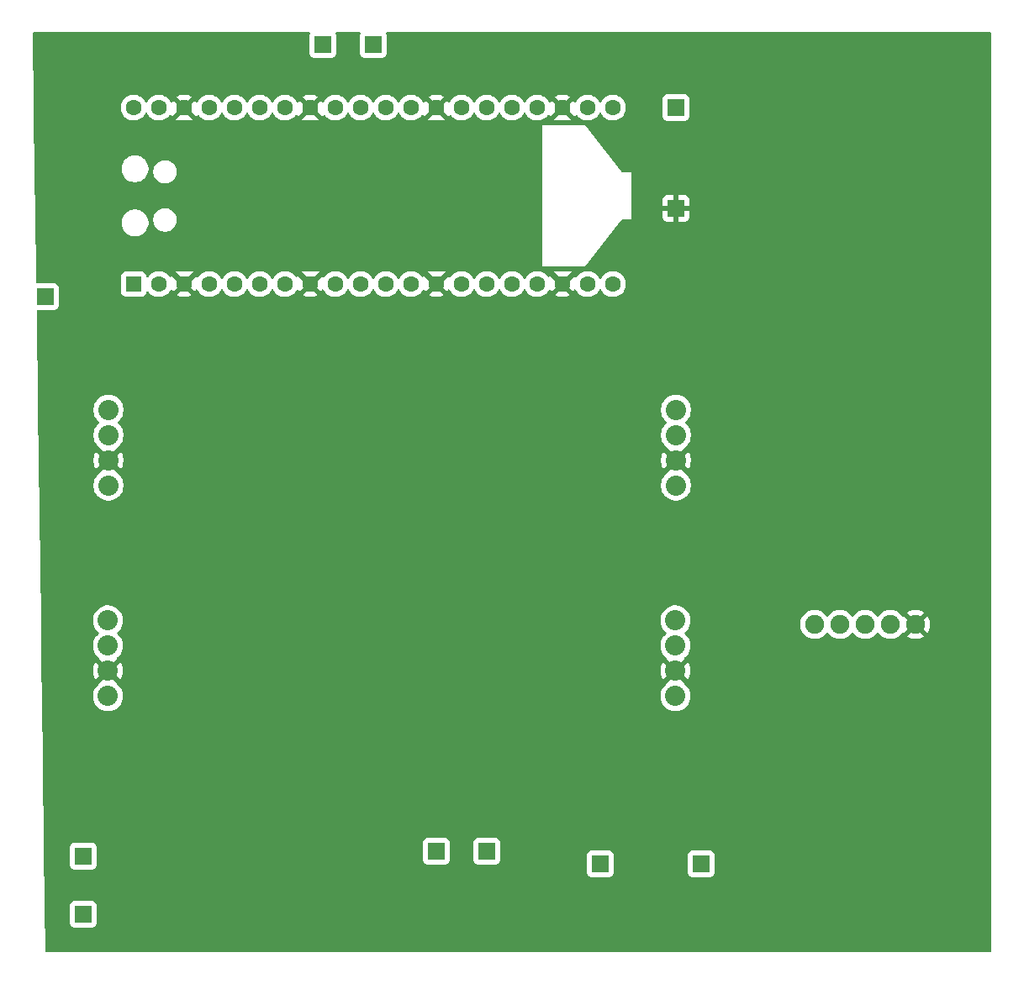
<source format=gbl>
%TF.GenerationSoftware,KiCad,Pcbnew,9.0.2*%
%TF.CreationDate,2025-06-21T00:54:49+02:00*%
%TF.ProjectId,schaltung_labor_netzteil_display,73636861-6c74-4756-9e67-5f6c61626f72,rev?*%
%TF.SameCoordinates,Original*%
%TF.FileFunction,Copper,L2,Bot*%
%TF.FilePolarity,Positive*%
%FSLAX46Y46*%
G04 Gerber Fmt 4.6, Leading zero omitted, Abs format (unit mm)*
G04 Created by KiCad (PCBNEW 9.0.2) date 2025-06-21 00:54:49*
%MOMM*%
%LPD*%
G01*
G04 APERTURE LIST*
G04 Aperture macros list*
%AMRoundRect*
0 Rectangle with rounded corners*
0 $1 Rounding radius*
0 $2 $3 $4 $5 $6 $7 $8 $9 X,Y pos of 4 corners*
0 Add a 4 corners polygon primitive as box body*
4,1,4,$2,$3,$4,$5,$6,$7,$8,$9,$2,$3,0*
0 Add four circle primitives for the rounded corners*
1,1,$1+$1,$2,$3*
1,1,$1+$1,$4,$5*
1,1,$1+$1,$6,$7*
1,1,$1+$1,$8,$9*
0 Add four rect primitives between the rounded corners*
20,1,$1+$1,$2,$3,$4,$5,0*
20,1,$1+$1,$4,$5,$6,$7,0*
20,1,$1+$1,$6,$7,$8,$9,0*
20,1,$1+$1,$8,$9,$2,$3,0*%
%AMFreePoly0*
4,1,37,0.603843,0.796157,0.639018,0.796157,0.711114,0.766294,0.766294,0.711114,0.796157,0.639018,0.796157,0.603843,0.800000,0.600000,0.800000,-0.600000,0.796157,-0.603843,0.796157,-0.639018,0.766294,-0.711114,0.711114,-0.766294,0.639018,-0.796157,0.603843,-0.796157,0.600000,-0.800000,0.000000,-0.800000,0.000000,-0.796148,-0.078414,-0.796148,-0.232228,-0.765552,-0.377117,-0.705537,
-0.507515,-0.618408,-0.618408,-0.507515,-0.705537,-0.377117,-0.765552,-0.232228,-0.796148,-0.078414,-0.796148,0.078414,-0.765552,0.232228,-0.705537,0.377117,-0.618408,0.507515,-0.507515,0.618408,-0.377117,0.705537,-0.232228,0.765552,-0.078414,0.796148,0.000000,0.796148,0.000000,0.800000,0.600000,0.800000,0.603843,0.796157,0.603843,0.796157,$1*%
%AMFreePoly1*
4,1,37,0.000000,0.796148,0.078414,0.796148,0.232228,0.765552,0.377117,0.705537,0.507515,0.618408,0.618408,0.507515,0.705537,0.377117,0.765552,0.232228,0.796148,0.078414,0.796148,-0.078414,0.765552,-0.232228,0.705537,-0.377117,0.618408,-0.507515,0.507515,-0.618408,0.377117,-0.705537,0.232228,-0.765552,0.078414,-0.796148,0.000000,-0.796148,0.000000,-0.800000,-0.600000,-0.800000,
-0.603843,-0.796157,-0.639018,-0.796157,-0.711114,-0.766294,-0.766294,-0.711114,-0.796157,-0.639018,-0.796157,-0.603843,-0.800000,-0.600000,-0.800000,0.600000,-0.796157,0.603843,-0.796157,0.639018,-0.766294,0.711114,-0.711114,0.766294,-0.639018,0.796157,-0.603843,0.796157,-0.600000,0.800000,0.000000,0.800000,0.000000,0.796148,0.000000,0.796148,$1*%
G04 Aperture macros list end*
%TA.AperFunction,ComponentPad*%
%ADD10R,1.700000X1.700000*%
%TD*%
%TA.AperFunction,ComponentPad*%
%ADD11C,2.032000*%
%TD*%
%TA.AperFunction,ComponentPad*%
%ADD12C,1.900000*%
%TD*%
%TA.AperFunction,ComponentPad*%
%ADD13RoundRect,0.200000X0.600000X-0.600000X0.600000X0.600000X-0.600000X0.600000X-0.600000X-0.600000X0*%
%TD*%
%TA.AperFunction,ComponentPad*%
%ADD14C,1.600000*%
%TD*%
%TA.AperFunction,ComponentPad*%
%ADD15FreePoly0,90.000000*%
%TD*%
%TA.AperFunction,ComponentPad*%
%ADD16FreePoly1,90.000000*%
%TD*%
G04 APERTURE END LIST*
D10*
%TO.P,J11,1,Pin_1*%
%TO.N,Net-(J11-Pin_1)*%
X223520000Y-104140000D03*
%TD*%
D11*
%TO.P,U2,1,CLK*%
%TO.N,Net-(A1-GPIO7)*%
X185374440Y-80875320D03*
X242524440Y-80875320D03*
%TO.P,U2,2,DIO*%
%TO.N,Net-(A1-GPIO6)*%
X185374440Y-83415320D03*
X242524440Y-83415320D03*
%TO.P,U2,3,GND*%
%TO.N,GND*%
X185374440Y-85955320D03*
X242524440Y-85955320D03*
%TO.P,U2,4,5V*%
%TO.N,Net-(A1-VSYS)*%
X185374440Y-88495320D03*
X242524440Y-88495320D03*
%TD*%
D10*
%TO.P,J9,1,Pin_1*%
%TO.N,Net-(A1-GPIO27_ADC1)*%
X207010000Y-22860000D03*
%TD*%
%TO.P,J7,1,Pin_1*%
%TO.N,Net-(A1-GPIO16)*%
X242570000Y-29210000D03*
%TD*%
D11*
%TO.P,U1,1,CLK*%
%TO.N,Net-(A1-GPIO1)*%
X185420000Y-59660000D03*
X242570000Y-59660000D03*
%TO.P,U1,2,DIO*%
%TO.N,Net-(A1-GPIO0)*%
X185420000Y-62200000D03*
X242570000Y-62200000D03*
%TO.P,U1,3,GND*%
%TO.N,GND*%
X185420000Y-64740000D03*
X242570000Y-64740000D03*
%TO.P,U1,4,5V*%
%TO.N,Net-(A1-VSYS)*%
X185420000Y-67280000D03*
X242570000Y-67280000D03*
%TD*%
D10*
%TO.P,J8,1,Pin_1*%
%TO.N,Net-(A1-GPIO26_ADC0)*%
X212090000Y-22860000D03*
%TD*%
%TO.P,J2,1,Pin_1*%
%TO.N,Net-(J2-Pin_1)*%
X182880000Y-110490000D03*
%TD*%
D12*
%TO.P,U3,1,CLK*%
%TO.N,Net-(A1-GPIO13)*%
X256540000Y-81280000D03*
%TO.P,U3,2,DT*%
%TO.N,Net-(A1-GPIO14)*%
X259080000Y-81280000D03*
%TO.P,U3,3,SW*%
%TO.N,Net-(A1-GPIO15)*%
X261620000Y-81280000D03*
%TO.P,U3,4,+*%
%TO.N,Net-(A1-VSYS)*%
X264160000Y-81280000D03*
%TO.P,U3,5,GND*%
%TO.N,GND*%
X266700000Y-81280000D03*
%TD*%
D10*
%TO.P,J4,1,Pin_1*%
%TO.N,Net-(J2-Pin_1)*%
X245110000Y-105410000D03*
%TD*%
%TO.P,J3,1,Pin_1*%
%TO.N,Net-(J11-Pin_1)*%
X234950000Y-105410000D03*
%TD*%
%TO.P,J5,1,Pin_1*%
%TO.N,Net-(A1-VSYS)*%
X179070000Y-48260000D03*
%TD*%
D13*
%TO.P,A1,1,GPIO0*%
%TO.N,Net-(A1-GPIO0)*%
X187960000Y-46990000D03*
D14*
%TO.P,A1,2,GPIO1*%
%TO.N,Net-(A1-GPIO1)*%
X190500000Y-46990000D03*
D15*
%TO.P,A1,3,GND*%
%TO.N,GND*%
X193040000Y-46990000D03*
D14*
%TO.P,A1,4,GPIO2*%
%TO.N,unconnected-(A1-GPIO2-Pad4)*%
X195580000Y-46990000D03*
%TO.P,A1,5,GPIO3*%
%TO.N,unconnected-(A1-GPIO3-Pad5)*%
X198120000Y-46990000D03*
%TO.P,A1,6,GPIO4*%
%TO.N,unconnected-(A1-GPIO4-Pad6)*%
X200660000Y-46990000D03*
%TO.P,A1,7,GPIO5*%
%TO.N,unconnected-(A1-GPIO5-Pad7)*%
X203200000Y-46990000D03*
D15*
%TO.P,A1,8,GND*%
%TO.N,GND*%
X205740000Y-46990000D03*
D14*
%TO.P,A1,9,GPIO6*%
%TO.N,Net-(A1-GPIO6)*%
X208280000Y-46990000D03*
%TO.P,A1,10,GPIO7*%
%TO.N,Net-(A1-GPIO7)*%
X210820000Y-46990000D03*
%TO.P,A1,11,GPIO8*%
%TO.N,unconnected-(A1-GPIO8-Pad11)*%
X213360000Y-46990000D03*
%TO.P,A1,12,GPIO9*%
%TO.N,unconnected-(A1-GPIO9-Pad12)*%
X215900000Y-46990000D03*
D15*
%TO.P,A1,13,GND*%
%TO.N,GND*%
X218440000Y-46990000D03*
D14*
%TO.P,A1,14,GPIO10*%
%TO.N,unconnected-(A1-GPIO10-Pad14)*%
X220980000Y-46990000D03*
%TO.P,A1,15,GPIO11*%
%TO.N,unconnected-(A1-GPIO11-Pad15)*%
X223520000Y-46990000D03*
%TO.P,A1,16,GPIO12*%
%TO.N,unconnected-(A1-GPIO12-Pad16)*%
X226060000Y-46990000D03*
%TO.P,A1,17,GPIO13*%
%TO.N,Net-(A1-GPIO13)*%
X228600000Y-46990000D03*
D15*
%TO.P,A1,18,GND*%
%TO.N,GND*%
X231140000Y-46990000D03*
D14*
%TO.P,A1,19,GPIO14*%
%TO.N,Net-(A1-GPIO14)*%
X233680000Y-46990000D03*
%TO.P,A1,20,GPIO15*%
%TO.N,Net-(A1-GPIO15)*%
X236220000Y-46990000D03*
%TO.P,A1,21,GPIO16*%
%TO.N,Net-(A1-GPIO16)*%
X236220000Y-29210000D03*
%TO.P,A1,22,GPIO17*%
%TO.N,unconnected-(A1-GPIO17-Pad22)*%
X233680000Y-29210000D03*
D16*
%TO.P,A1,23,GND*%
%TO.N,GND*%
X231140000Y-29210000D03*
D14*
%TO.P,A1,24,GPIO18*%
%TO.N,unconnected-(A1-GPIO18-Pad24)*%
X228600000Y-29210000D03*
%TO.P,A1,25,GPIO19*%
%TO.N,unconnected-(A1-GPIO19-Pad25)*%
X226060000Y-29210000D03*
%TO.P,A1,26,GPIO20*%
%TO.N,unconnected-(A1-GPIO20-Pad26)*%
X223520000Y-29210000D03*
%TO.P,A1,27,GPIO21*%
%TO.N,unconnected-(A1-GPIO21-Pad27)*%
X220980000Y-29210000D03*
D16*
%TO.P,A1,28,GND*%
%TO.N,GND*%
X218440000Y-29210000D03*
D14*
%TO.P,A1,29,GPIO22*%
%TO.N,unconnected-(A1-GPIO22-Pad29)*%
X215900000Y-29210000D03*
%TO.P,A1,30,RUN*%
%TO.N,unconnected-(A1-RUN-Pad30)*%
X213360000Y-29210000D03*
%TO.P,A1,31,GPIO26_ADC0*%
%TO.N,Net-(A1-GPIO26_ADC0)*%
X210820000Y-29210000D03*
%TO.P,A1,32,GPIO27_ADC1*%
%TO.N,Net-(A1-GPIO27_ADC1)*%
X208280000Y-29210000D03*
D16*
%TO.P,A1,33,AGND*%
%TO.N,GND*%
X205740000Y-29210000D03*
D14*
%TO.P,A1,34,GPIO28_ADC2*%
%TO.N,unconnected-(A1-GPIO28_ADC2-Pad34)*%
X203200000Y-29210000D03*
%TO.P,A1,35,ADC_VREF*%
%TO.N,unconnected-(A1-ADC_VREF-Pad35)*%
X200660000Y-29210000D03*
%TO.P,A1,36,3V3*%
%TO.N,unconnected-(A1-3V3-Pad36)*%
X198120000Y-29210000D03*
%TO.P,A1,37,3V3_EN*%
%TO.N,unconnected-(A1-3V3_EN-Pad37)*%
X195580000Y-29210000D03*
D16*
%TO.P,A1,38,GND*%
%TO.N,GND*%
X193040000Y-29210000D03*
D14*
%TO.P,A1,39,VSYS*%
%TO.N,Net-(A1-VSYS)*%
X190500000Y-29210000D03*
%TO.P,A1,40,VBUS*%
%TO.N,unconnected-(A1-VBUS-Pad40)*%
X187960000Y-29210000D03*
%TD*%
D10*
%TO.P,J6,1,Pin_1*%
%TO.N,GND*%
X242570000Y-39370000D03*
%TD*%
%TO.P,J10,1,Pin_1*%
%TO.N,Net-(J1-Pin_1)*%
X218440000Y-104140000D03*
%TD*%
%TO.P,J1,1,Pin_1*%
%TO.N,Net-(J1-Pin_1)*%
X182880000Y-104620000D03*
%TD*%
%TA.AperFunction,Conductor*%
%TO.N,GND*%
G36*
X205671266Y-21609685D02*
G01*
X205717021Y-21662489D01*
X205726965Y-21731647D01*
X205717915Y-21758841D01*
X205719303Y-21759359D01*
X205665908Y-21902517D01*
X205659501Y-21962116D01*
X205659501Y-21962123D01*
X205659500Y-21962135D01*
X205659500Y-23757870D01*
X205659501Y-23757876D01*
X205665908Y-23817483D01*
X205716202Y-23952328D01*
X205716206Y-23952335D01*
X205802452Y-24067544D01*
X205802455Y-24067547D01*
X205917664Y-24153793D01*
X205917671Y-24153797D01*
X206052517Y-24204091D01*
X206052516Y-24204091D01*
X206059444Y-24204835D01*
X206112127Y-24210500D01*
X207907872Y-24210499D01*
X207967483Y-24204091D01*
X208102331Y-24153796D01*
X208217546Y-24067546D01*
X208303796Y-23952331D01*
X208354091Y-23817483D01*
X208360500Y-23757873D01*
X208360499Y-21962128D01*
X208354091Y-21902517D01*
X208303796Y-21767669D01*
X208300697Y-21759359D01*
X208303639Y-21758261D01*
X208292090Y-21705141D01*
X208316514Y-21639679D01*
X208372452Y-21597814D01*
X208415773Y-21590000D01*
X210684227Y-21590000D01*
X210751266Y-21609685D01*
X210797021Y-21662489D01*
X210806965Y-21731647D01*
X210797915Y-21758841D01*
X210799303Y-21759359D01*
X210745908Y-21902517D01*
X210739501Y-21962116D01*
X210739501Y-21962123D01*
X210739500Y-21962135D01*
X210739500Y-23757870D01*
X210739501Y-23757876D01*
X210745908Y-23817483D01*
X210796202Y-23952328D01*
X210796206Y-23952335D01*
X210882452Y-24067544D01*
X210882455Y-24067547D01*
X210997664Y-24153793D01*
X210997671Y-24153797D01*
X211132517Y-24204091D01*
X211132516Y-24204091D01*
X211139444Y-24204835D01*
X211192127Y-24210500D01*
X212987872Y-24210499D01*
X213047483Y-24204091D01*
X213182331Y-24153796D01*
X213297546Y-24067546D01*
X213383796Y-23952331D01*
X213434091Y-23817483D01*
X213440500Y-23757873D01*
X213440499Y-21962128D01*
X213434091Y-21902517D01*
X213383796Y-21767669D01*
X213380697Y-21759359D01*
X213383639Y-21758261D01*
X213372090Y-21705141D01*
X213396514Y-21639679D01*
X213452452Y-21597814D01*
X213495773Y-21590000D01*
X274196000Y-21590000D01*
X274263039Y-21609685D01*
X274308794Y-21662489D01*
X274320000Y-21714000D01*
X274320000Y-114176000D01*
X274300315Y-114243039D01*
X274247511Y-114288794D01*
X274196000Y-114300000D01*
X179192313Y-114300000D01*
X179125274Y-114280315D01*
X179079519Y-114227511D01*
X179068325Y-114177698D01*
X179005509Y-109592135D01*
X181529500Y-109592135D01*
X181529500Y-111387870D01*
X181529501Y-111387876D01*
X181535908Y-111447483D01*
X181586202Y-111582328D01*
X181586206Y-111582335D01*
X181672452Y-111697544D01*
X181672455Y-111697547D01*
X181787664Y-111783793D01*
X181787671Y-111783797D01*
X181922517Y-111834091D01*
X181922516Y-111834091D01*
X181929444Y-111834835D01*
X181982127Y-111840500D01*
X183777872Y-111840499D01*
X183837483Y-111834091D01*
X183972331Y-111783796D01*
X184087546Y-111697546D01*
X184173796Y-111582331D01*
X184224091Y-111447483D01*
X184230500Y-111387873D01*
X184230499Y-109592128D01*
X184224091Y-109532517D01*
X184173796Y-109397669D01*
X184173795Y-109397668D01*
X184173793Y-109397664D01*
X184087547Y-109282455D01*
X184087544Y-109282452D01*
X183972335Y-109196206D01*
X183972328Y-109196202D01*
X183837482Y-109145908D01*
X183837483Y-109145908D01*
X183777883Y-109139501D01*
X183777881Y-109139500D01*
X183777873Y-109139500D01*
X183777864Y-109139500D01*
X181982129Y-109139500D01*
X181982123Y-109139501D01*
X181922516Y-109145908D01*
X181787671Y-109196202D01*
X181787664Y-109196206D01*
X181672455Y-109282452D01*
X181672452Y-109282455D01*
X181586206Y-109397664D01*
X181586202Y-109397671D01*
X181535908Y-109532517D01*
X181529674Y-109590504D01*
X181529501Y-109592123D01*
X181529500Y-109592135D01*
X179005509Y-109592135D01*
X179005487Y-109590504D01*
X178925098Y-103722135D01*
X181529500Y-103722135D01*
X181529500Y-105517870D01*
X181529501Y-105517876D01*
X181535908Y-105577483D01*
X181586202Y-105712328D01*
X181586206Y-105712335D01*
X181672452Y-105827544D01*
X181672455Y-105827547D01*
X181787664Y-105913793D01*
X181787671Y-105913797D01*
X181922517Y-105964091D01*
X181922516Y-105964091D01*
X181929444Y-105964835D01*
X181982127Y-105970500D01*
X183777872Y-105970499D01*
X183837483Y-105964091D01*
X183972331Y-105913796D01*
X184087546Y-105827546D01*
X184173796Y-105712331D01*
X184224091Y-105577483D01*
X184230500Y-105517873D01*
X184230499Y-103722128D01*
X184224091Y-103662517D01*
X184173796Y-103527669D01*
X184173795Y-103527668D01*
X184173793Y-103527664D01*
X184087547Y-103412455D01*
X183988185Y-103338072D01*
X183972331Y-103326204D01*
X183972328Y-103326202D01*
X183837482Y-103275908D01*
X183837483Y-103275908D01*
X183777883Y-103269501D01*
X183777881Y-103269500D01*
X183777873Y-103269500D01*
X183777864Y-103269500D01*
X181982129Y-103269500D01*
X181982123Y-103269501D01*
X181922516Y-103275908D01*
X181787671Y-103326202D01*
X181787664Y-103326206D01*
X181672455Y-103412452D01*
X181672452Y-103412455D01*
X181586206Y-103527664D01*
X181586202Y-103527671D01*
X181535908Y-103662517D01*
X181529674Y-103720504D01*
X181529501Y-103722123D01*
X181529500Y-103722135D01*
X178925098Y-103722135D01*
X178925076Y-103720504D01*
X178918523Y-103242135D01*
X217089500Y-103242135D01*
X217089500Y-105037870D01*
X217089501Y-105037876D01*
X217095908Y-105097483D01*
X217146202Y-105232328D01*
X217146206Y-105232335D01*
X217232452Y-105347544D01*
X217232455Y-105347547D01*
X217347664Y-105433793D01*
X217347671Y-105433797D01*
X217482517Y-105484091D01*
X217482516Y-105484091D01*
X217489444Y-105484835D01*
X217542127Y-105490500D01*
X219337872Y-105490499D01*
X219397483Y-105484091D01*
X219532331Y-105433796D01*
X219647546Y-105347546D01*
X219733796Y-105232331D01*
X219784091Y-105097483D01*
X219790500Y-105037873D01*
X219790499Y-103242135D01*
X222169500Y-103242135D01*
X222169500Y-105037870D01*
X222169501Y-105037876D01*
X222175908Y-105097483D01*
X222226202Y-105232328D01*
X222226206Y-105232335D01*
X222312452Y-105347544D01*
X222312455Y-105347547D01*
X222427664Y-105433793D01*
X222427671Y-105433797D01*
X222562517Y-105484091D01*
X222562516Y-105484091D01*
X222569444Y-105484835D01*
X222622127Y-105490500D01*
X224417872Y-105490499D01*
X224477483Y-105484091D01*
X224612331Y-105433796D01*
X224727546Y-105347546D01*
X224813796Y-105232331D01*
X224864091Y-105097483D01*
X224870500Y-105037873D01*
X224870499Y-104512135D01*
X233599500Y-104512135D01*
X233599500Y-106307870D01*
X233599501Y-106307876D01*
X233605908Y-106367483D01*
X233656202Y-106502328D01*
X233656206Y-106502335D01*
X233742452Y-106617544D01*
X233742455Y-106617547D01*
X233857664Y-106703793D01*
X233857671Y-106703797D01*
X233992517Y-106754091D01*
X233992516Y-106754091D01*
X233999444Y-106754835D01*
X234052127Y-106760500D01*
X235847872Y-106760499D01*
X235907483Y-106754091D01*
X236042331Y-106703796D01*
X236157546Y-106617546D01*
X236243796Y-106502331D01*
X236294091Y-106367483D01*
X236300500Y-106307873D01*
X236300499Y-104512135D01*
X243759500Y-104512135D01*
X243759500Y-106307870D01*
X243759501Y-106307876D01*
X243765908Y-106367483D01*
X243816202Y-106502328D01*
X243816206Y-106502335D01*
X243902452Y-106617544D01*
X243902455Y-106617547D01*
X244017664Y-106703793D01*
X244017671Y-106703797D01*
X244152517Y-106754091D01*
X244152516Y-106754091D01*
X244159444Y-106754835D01*
X244212127Y-106760500D01*
X246007872Y-106760499D01*
X246067483Y-106754091D01*
X246202331Y-106703796D01*
X246317546Y-106617546D01*
X246403796Y-106502331D01*
X246454091Y-106367483D01*
X246460500Y-106307873D01*
X246460499Y-104512128D01*
X246454091Y-104452517D01*
X246403796Y-104317669D01*
X246403795Y-104317668D01*
X246403793Y-104317664D01*
X246317547Y-104202455D01*
X246317544Y-104202452D01*
X246202335Y-104116206D01*
X246202328Y-104116202D01*
X246067482Y-104065908D01*
X246067483Y-104065908D01*
X246007883Y-104059501D01*
X246007881Y-104059500D01*
X246007873Y-104059500D01*
X246007864Y-104059500D01*
X244212129Y-104059500D01*
X244212123Y-104059501D01*
X244152516Y-104065908D01*
X244017671Y-104116202D01*
X244017664Y-104116206D01*
X243902455Y-104202452D01*
X243902452Y-104202455D01*
X243816206Y-104317664D01*
X243816202Y-104317671D01*
X243765908Y-104452517D01*
X243759857Y-104508805D01*
X243759501Y-104512123D01*
X243759500Y-104512135D01*
X236300499Y-104512135D01*
X236300499Y-104512128D01*
X236294091Y-104452517D01*
X236243796Y-104317669D01*
X236243795Y-104317668D01*
X236243793Y-104317664D01*
X236157547Y-104202455D01*
X236157544Y-104202452D01*
X236042335Y-104116206D01*
X236042328Y-104116202D01*
X235907482Y-104065908D01*
X235907483Y-104065908D01*
X235847883Y-104059501D01*
X235847881Y-104059500D01*
X235847873Y-104059500D01*
X235847864Y-104059500D01*
X234052129Y-104059500D01*
X234052123Y-104059501D01*
X233992516Y-104065908D01*
X233857671Y-104116202D01*
X233857664Y-104116206D01*
X233742455Y-104202452D01*
X233742452Y-104202455D01*
X233656206Y-104317664D01*
X233656202Y-104317671D01*
X233605908Y-104452517D01*
X233599857Y-104508805D01*
X233599501Y-104512123D01*
X233599500Y-104512135D01*
X224870499Y-104512135D01*
X224870499Y-104116206D01*
X224870499Y-103242129D01*
X224870498Y-103242123D01*
X224870497Y-103242116D01*
X224864091Y-103182517D01*
X224813796Y-103047669D01*
X224813795Y-103047668D01*
X224813793Y-103047664D01*
X224727547Y-102932455D01*
X224727544Y-102932452D01*
X224612335Y-102846206D01*
X224612328Y-102846202D01*
X224477482Y-102795908D01*
X224477483Y-102795908D01*
X224417883Y-102789501D01*
X224417881Y-102789500D01*
X224417873Y-102789500D01*
X224417864Y-102789500D01*
X222622129Y-102789500D01*
X222622123Y-102789501D01*
X222562516Y-102795908D01*
X222427671Y-102846202D01*
X222427664Y-102846206D01*
X222312455Y-102932452D01*
X222312452Y-102932455D01*
X222226206Y-103047664D01*
X222226202Y-103047671D01*
X222175908Y-103182517D01*
X222169501Y-103242116D01*
X222169501Y-103242123D01*
X222169500Y-103242135D01*
X219790499Y-103242135D01*
X219790499Y-103242128D01*
X219784091Y-103182517D01*
X219733796Y-103047669D01*
X219733795Y-103047668D01*
X219733793Y-103047664D01*
X219647547Y-102932455D01*
X219647544Y-102932452D01*
X219532335Y-102846206D01*
X219532328Y-102846202D01*
X219397482Y-102795908D01*
X219397483Y-102795908D01*
X219337883Y-102789501D01*
X219337881Y-102789500D01*
X219337873Y-102789500D01*
X219337864Y-102789500D01*
X217542129Y-102789500D01*
X217542123Y-102789501D01*
X217482516Y-102795908D01*
X217347671Y-102846202D01*
X217347664Y-102846206D01*
X217232455Y-102932452D01*
X217232452Y-102932455D01*
X217146206Y-103047664D01*
X217146202Y-103047671D01*
X217095908Y-103182517D01*
X217089501Y-103242116D01*
X217089501Y-103242123D01*
X217089500Y-103242135D01*
X178918523Y-103242135D01*
X178714833Y-88372795D01*
X178680039Y-85832834D01*
X178634665Y-82520578D01*
X178610492Y-80755969D01*
X183857940Y-80755969D01*
X183857940Y-80994670D01*
X183895281Y-81230431D01*
X183895281Y-81230432D01*
X183895282Y-81230435D01*
X183969045Y-81457454D01*
X184077413Y-81670139D01*
X184217719Y-81863253D01*
X184386507Y-82032041D01*
X184386510Y-82032043D01*
X184404348Y-82045004D01*
X184447012Y-82100335D01*
X184452990Y-82169949D01*
X184420382Y-82231743D01*
X184404348Y-82245636D01*
X184386510Y-82258596D01*
X184386504Y-82258601D01*
X184217721Y-82427384D01*
X184217721Y-82427385D01*
X184217719Y-82427387D01*
X184189039Y-82466862D01*
X184077413Y-82620500D01*
X183969046Y-82833183D01*
X183895281Y-83060207D01*
X183895281Y-83060208D01*
X183857940Y-83295969D01*
X183857940Y-83534670D01*
X183895281Y-83770431D01*
X183895281Y-83770432D01*
X183895282Y-83770435D01*
X183969045Y-83997454D01*
X184077413Y-84210139D01*
X184217719Y-84403253D01*
X184386507Y-84572041D01*
X184442994Y-84613081D01*
X184485659Y-84668411D01*
X184493367Y-84720695D01*
X185279976Y-85507303D01*
X185197967Y-85529278D01*
X185093713Y-85589469D01*
X185008589Y-85674593D01*
X184948398Y-85778847D01*
X184926423Y-85860856D01*
X184140325Y-85074758D01*
X184077838Y-85160766D01*
X183969506Y-85373377D01*
X183969505Y-85373380D01*
X183895769Y-85600320D01*
X183858440Y-85836008D01*
X183858440Y-86074631D01*
X183895769Y-86310319D01*
X183969505Y-86537259D01*
X183969506Y-86537262D01*
X184077842Y-86749880D01*
X184140324Y-86835880D01*
X184140326Y-86835880D01*
X184926423Y-86049783D01*
X184948398Y-86131793D01*
X185008589Y-86236047D01*
X185093713Y-86321171D01*
X185197967Y-86381362D01*
X185279976Y-86403336D01*
X184493174Y-87190136D01*
X184479361Y-87255890D01*
X184442995Y-87297557D01*
X184386507Y-87338598D01*
X184217721Y-87507384D01*
X184217721Y-87507385D01*
X184217719Y-87507387D01*
X184157462Y-87590322D01*
X184077413Y-87700500D01*
X183969046Y-87913183D01*
X183895281Y-88140207D01*
X183895281Y-88140208D01*
X183857940Y-88375969D01*
X183857940Y-88614670D01*
X183895281Y-88850431D01*
X183895281Y-88850432D01*
X183895282Y-88850435D01*
X183969045Y-89077454D01*
X184077413Y-89290139D01*
X184217719Y-89483253D01*
X184386507Y-89652041D01*
X184579621Y-89792347D01*
X184792306Y-89900715D01*
X185019325Y-89974478D01*
X185255089Y-90011820D01*
X185255090Y-90011820D01*
X185493790Y-90011820D01*
X185493791Y-90011820D01*
X185729555Y-89974478D01*
X185956574Y-89900715D01*
X186169259Y-89792347D01*
X186362373Y-89652041D01*
X186531161Y-89483253D01*
X186671467Y-89290139D01*
X186779835Y-89077454D01*
X186853598Y-88850435D01*
X186890940Y-88614671D01*
X186890940Y-88375969D01*
X186853598Y-88140205D01*
X186779835Y-87913186D01*
X186671467Y-87700501D01*
X186531161Y-87507387D01*
X186362373Y-87338599D01*
X186305882Y-87297555D01*
X186263218Y-87242227D01*
X186255509Y-87189942D01*
X185468903Y-86403336D01*
X185550913Y-86381362D01*
X185655167Y-86321171D01*
X185740291Y-86236047D01*
X185800482Y-86131793D01*
X185822456Y-86049784D01*
X186608553Y-86835881D01*
X186608553Y-86835880D01*
X186671039Y-86749877D01*
X186779373Y-86537262D01*
X186779374Y-86537259D01*
X186853110Y-86310319D01*
X186890440Y-86074631D01*
X186890440Y-85836008D01*
X186853110Y-85600320D01*
X186779374Y-85373380D01*
X186779373Y-85373377D01*
X186671037Y-85160759D01*
X186608554Y-85074758D01*
X186608553Y-85074757D01*
X185822456Y-85860855D01*
X185800482Y-85778847D01*
X185740291Y-85674593D01*
X185655167Y-85589469D01*
X185550913Y-85529278D01*
X185468902Y-85507302D01*
X186255703Y-84720503D01*
X186269514Y-84654754D01*
X186305882Y-84613083D01*
X186362373Y-84572041D01*
X186531161Y-84403253D01*
X186671467Y-84210139D01*
X186779835Y-83997454D01*
X186853598Y-83770435D01*
X186890940Y-83534671D01*
X186890940Y-83295969D01*
X186853598Y-83060205D01*
X186779835Y-82833186D01*
X186671467Y-82620501D01*
X186531161Y-82427387D01*
X186362373Y-82258599D01*
X186344532Y-82245637D01*
X186301868Y-82190310D01*
X186295887Y-82120697D01*
X186328492Y-82058901D01*
X186344531Y-82045004D01*
X186362373Y-82032041D01*
X186531161Y-81863253D01*
X186671467Y-81670139D01*
X186779835Y-81457454D01*
X186853598Y-81230435D01*
X186890940Y-80994671D01*
X186890940Y-80755969D01*
X241007940Y-80755969D01*
X241007940Y-80994670D01*
X241045281Y-81230431D01*
X241045281Y-81230432D01*
X241045282Y-81230435D01*
X241119045Y-81457454D01*
X241227413Y-81670139D01*
X241367719Y-81863253D01*
X241536507Y-82032041D01*
X241536510Y-82032043D01*
X241554348Y-82045004D01*
X241597012Y-82100335D01*
X241602990Y-82169949D01*
X241570382Y-82231743D01*
X241554348Y-82245636D01*
X241536510Y-82258596D01*
X241536504Y-82258601D01*
X241367721Y-82427384D01*
X241367721Y-82427385D01*
X241367719Y-82427387D01*
X241339039Y-82466862D01*
X241227413Y-82620500D01*
X241119046Y-82833183D01*
X241045281Y-83060207D01*
X241045281Y-83060208D01*
X241007940Y-83295969D01*
X241007940Y-83534670D01*
X241045281Y-83770431D01*
X241045281Y-83770432D01*
X241045282Y-83770435D01*
X241119045Y-83997454D01*
X241227413Y-84210139D01*
X241367719Y-84403253D01*
X241536507Y-84572041D01*
X241592994Y-84613081D01*
X241635659Y-84668411D01*
X241643367Y-84720695D01*
X242429976Y-85507303D01*
X242347967Y-85529278D01*
X242243713Y-85589469D01*
X242158589Y-85674593D01*
X242098398Y-85778847D01*
X242076423Y-85860856D01*
X241290325Y-85074758D01*
X241227838Y-85160766D01*
X241119506Y-85373377D01*
X241119505Y-85373380D01*
X241045769Y-85600320D01*
X241008440Y-85836008D01*
X241008440Y-86074631D01*
X241045769Y-86310319D01*
X241119505Y-86537259D01*
X241119506Y-86537262D01*
X241227842Y-86749880D01*
X241290324Y-86835880D01*
X241290326Y-86835880D01*
X242076423Y-86049783D01*
X242098398Y-86131793D01*
X242158589Y-86236047D01*
X242243713Y-86321171D01*
X242347967Y-86381362D01*
X242429976Y-86403336D01*
X241643174Y-87190136D01*
X241629361Y-87255890D01*
X241592995Y-87297557D01*
X241536507Y-87338598D01*
X241367721Y-87507384D01*
X241367721Y-87507385D01*
X241367719Y-87507387D01*
X241307462Y-87590322D01*
X241227413Y-87700500D01*
X241119046Y-87913183D01*
X241045281Y-88140207D01*
X241045281Y-88140208D01*
X241007940Y-88375969D01*
X241007940Y-88614670D01*
X241045281Y-88850431D01*
X241045281Y-88850432D01*
X241045282Y-88850435D01*
X241119045Y-89077454D01*
X241227413Y-89290139D01*
X241367719Y-89483253D01*
X241536507Y-89652041D01*
X241729621Y-89792347D01*
X241942306Y-89900715D01*
X242169325Y-89974478D01*
X242405089Y-90011820D01*
X242405090Y-90011820D01*
X242643790Y-90011820D01*
X242643791Y-90011820D01*
X242879555Y-89974478D01*
X243106574Y-89900715D01*
X243319259Y-89792347D01*
X243512373Y-89652041D01*
X243681161Y-89483253D01*
X243821467Y-89290139D01*
X243929835Y-89077454D01*
X244003598Y-88850435D01*
X244040940Y-88614671D01*
X244040940Y-88375969D01*
X244003598Y-88140205D01*
X243929835Y-87913186D01*
X243821467Y-87700501D01*
X243681161Y-87507387D01*
X243512373Y-87338599D01*
X243455882Y-87297555D01*
X243413218Y-87242227D01*
X243405509Y-87189942D01*
X242618903Y-86403336D01*
X242700913Y-86381362D01*
X242805167Y-86321171D01*
X242890291Y-86236047D01*
X242950482Y-86131793D01*
X242972456Y-86049783D01*
X243758553Y-86835881D01*
X243758553Y-86835880D01*
X243821039Y-86749877D01*
X243929373Y-86537262D01*
X243929374Y-86537259D01*
X244003110Y-86310319D01*
X244040440Y-86074631D01*
X244040440Y-85836008D01*
X244003110Y-85600320D01*
X243929374Y-85373380D01*
X243929373Y-85373377D01*
X243821037Y-85160759D01*
X243758554Y-85074758D01*
X243758553Y-85074757D01*
X242972456Y-85860855D01*
X242950482Y-85778847D01*
X242890291Y-85674593D01*
X242805167Y-85589469D01*
X242700913Y-85529278D01*
X242618902Y-85507302D01*
X243405703Y-84720503D01*
X243419514Y-84654754D01*
X243455882Y-84613083D01*
X243512373Y-84572041D01*
X243681161Y-84403253D01*
X243821467Y-84210139D01*
X243929835Y-83997454D01*
X244003598Y-83770435D01*
X244040940Y-83534671D01*
X244040940Y-83295969D01*
X244003598Y-83060205D01*
X243929835Y-82833186D01*
X243821467Y-82620501D01*
X243681161Y-82427387D01*
X243512373Y-82258599D01*
X243494532Y-82245637D01*
X243451868Y-82190310D01*
X243445887Y-82120697D01*
X243478492Y-82058901D01*
X243494531Y-82045004D01*
X243512373Y-82032041D01*
X243681161Y-81863253D01*
X243821467Y-81670139D01*
X243929835Y-81457454D01*
X244003598Y-81230435D01*
X244013829Y-81165843D01*
X244013830Y-81165837D01*
X255089500Y-81165837D01*
X255089500Y-81394162D01*
X255125215Y-81619660D01*
X255195770Y-81836803D01*
X255295251Y-82032043D01*
X255299421Y-82040228D01*
X255433621Y-82224937D01*
X255595063Y-82386379D01*
X255779772Y-82520579D01*
X255875884Y-82569550D01*
X255983196Y-82624229D01*
X255983198Y-82624229D01*
X255983201Y-82624231D01*
X256099592Y-82662049D01*
X256200339Y-82694784D01*
X256425838Y-82730500D01*
X256425843Y-82730500D01*
X256654162Y-82730500D01*
X256879660Y-82694784D01*
X256881165Y-82694295D01*
X257096799Y-82624231D01*
X257300228Y-82520579D01*
X257484937Y-82386379D01*
X257646379Y-82224937D01*
X257709682Y-82137807D01*
X257765012Y-82095143D01*
X257834626Y-82089164D01*
X257896421Y-82121770D01*
X257910315Y-82137804D01*
X257973621Y-82224937D01*
X258135063Y-82386379D01*
X258319772Y-82520579D01*
X258415884Y-82569550D01*
X258523196Y-82624229D01*
X258523198Y-82624229D01*
X258523201Y-82624231D01*
X258639592Y-82662049D01*
X258740339Y-82694784D01*
X258965838Y-82730500D01*
X258965843Y-82730500D01*
X259194162Y-82730500D01*
X259419660Y-82694784D01*
X259421165Y-82694295D01*
X259636799Y-82624231D01*
X259840228Y-82520579D01*
X260024937Y-82386379D01*
X260186379Y-82224937D01*
X260249682Y-82137807D01*
X260305012Y-82095143D01*
X260374626Y-82089164D01*
X260436421Y-82121770D01*
X260450315Y-82137804D01*
X260513621Y-82224937D01*
X260675063Y-82386379D01*
X260859772Y-82520579D01*
X260955884Y-82569550D01*
X261063196Y-82624229D01*
X261063198Y-82624229D01*
X261063201Y-82624231D01*
X261179592Y-82662049D01*
X261280339Y-82694784D01*
X261505838Y-82730500D01*
X261505843Y-82730500D01*
X261734162Y-82730500D01*
X261959660Y-82694784D01*
X261961165Y-82694295D01*
X262176799Y-82624231D01*
X262380228Y-82520579D01*
X262564937Y-82386379D01*
X262726379Y-82224937D01*
X262789682Y-82137807D01*
X262845012Y-82095143D01*
X262914626Y-82089164D01*
X262976421Y-82121770D01*
X262990315Y-82137804D01*
X263053621Y-82224937D01*
X263215063Y-82386379D01*
X263399772Y-82520579D01*
X263495884Y-82569550D01*
X263603196Y-82624229D01*
X263603198Y-82624229D01*
X263603201Y-82624231D01*
X263719592Y-82662049D01*
X263820339Y-82694784D01*
X264045838Y-82730500D01*
X264045843Y-82730500D01*
X264274162Y-82730500D01*
X264499660Y-82694784D01*
X264501165Y-82694295D01*
X264716799Y-82624231D01*
X264920228Y-82520579D01*
X265104937Y-82386379D01*
X265266379Y-82224937D01*
X265329991Y-82137383D01*
X265385320Y-82094718D01*
X265454933Y-82088739D01*
X265499458Y-82112232D01*
X265513137Y-82113309D01*
X266300000Y-81326446D01*
X266300000Y-81332661D01*
X266327259Y-81434394D01*
X266379920Y-81525606D01*
X266454394Y-81600080D01*
X266545606Y-81652741D01*
X266647339Y-81680000D01*
X266653553Y-81680000D01*
X265866688Y-82466862D01*
X265866689Y-82466863D01*
X265940030Y-82520148D01*
X266143395Y-82623769D01*
X266360455Y-82694295D01*
X266585884Y-82730000D01*
X266814116Y-82730000D01*
X267039544Y-82694295D01*
X267256604Y-82623769D01*
X267459966Y-82520150D01*
X267533309Y-82466862D01*
X267533310Y-82466862D01*
X266746447Y-81680000D01*
X266752661Y-81680000D01*
X266854394Y-81652741D01*
X266945606Y-81600080D01*
X267020080Y-81525606D01*
X267072741Y-81434394D01*
X267100000Y-81332661D01*
X267100000Y-81326447D01*
X267886862Y-82113310D01*
X267886862Y-82113309D01*
X267940150Y-82039966D01*
X268043769Y-81836604D01*
X268114295Y-81619544D01*
X268150000Y-81394116D01*
X268150000Y-81165883D01*
X268114295Y-80940455D01*
X268043769Y-80723395D01*
X267940148Y-80520030D01*
X267886863Y-80446689D01*
X267886862Y-80446688D01*
X267100000Y-81233551D01*
X267100000Y-81227339D01*
X267072741Y-81125606D01*
X267020080Y-81034394D01*
X266945606Y-80959920D01*
X266854394Y-80907259D01*
X266752661Y-80880000D01*
X266746446Y-80880000D01*
X267533309Y-80093137D01*
X267533309Y-80093135D01*
X267459969Y-80039851D01*
X267256604Y-79936230D01*
X267039544Y-79865704D01*
X266814116Y-79830000D01*
X266585884Y-79830000D01*
X266360455Y-79865704D01*
X266143395Y-79936230D01*
X265940035Y-80039848D01*
X265940033Y-80039849D01*
X265866689Y-80093135D01*
X265866689Y-80093136D01*
X266653554Y-80880000D01*
X266647339Y-80880000D01*
X266545606Y-80907259D01*
X266454394Y-80959920D01*
X266379920Y-81034394D01*
X266327259Y-81125606D01*
X266300000Y-81227339D01*
X266300000Y-81233553D01*
X265513136Y-80446689D01*
X265497842Y-80447893D01*
X265475291Y-80465282D01*
X265405678Y-80471258D01*
X265343884Y-80438651D01*
X265329993Y-80422620D01*
X265266379Y-80335063D01*
X265104937Y-80173621D01*
X264920228Y-80039421D01*
X264716803Y-79935770D01*
X264499660Y-79865215D01*
X264274162Y-79829500D01*
X264274157Y-79829500D01*
X264045843Y-79829500D01*
X264045838Y-79829500D01*
X263820339Y-79865215D01*
X263603196Y-79935770D01*
X263399771Y-80039421D01*
X263215061Y-80173622D01*
X263053623Y-80335060D01*
X263053616Y-80335069D01*
X262990317Y-80422191D01*
X262934987Y-80464857D01*
X262865373Y-80470835D01*
X262803579Y-80438228D01*
X262789683Y-80422191D01*
X262726383Y-80335069D01*
X262726379Y-80335063D01*
X262564937Y-80173621D01*
X262380228Y-80039421D01*
X262176803Y-79935770D01*
X261959660Y-79865215D01*
X261734162Y-79829500D01*
X261734157Y-79829500D01*
X261505843Y-79829500D01*
X261505838Y-79829500D01*
X261280339Y-79865215D01*
X261063196Y-79935770D01*
X260859771Y-80039421D01*
X260675061Y-80173622D01*
X260513623Y-80335060D01*
X260513616Y-80335069D01*
X260450317Y-80422191D01*
X260394987Y-80464857D01*
X260325373Y-80470835D01*
X260263579Y-80438228D01*
X260249683Y-80422191D01*
X260186383Y-80335069D01*
X260186379Y-80335063D01*
X260024937Y-80173621D01*
X259840228Y-80039421D01*
X259636803Y-79935770D01*
X259419660Y-79865215D01*
X259194162Y-79829500D01*
X259194157Y-79829500D01*
X258965843Y-79829500D01*
X258965838Y-79829500D01*
X258740339Y-79865215D01*
X258523196Y-79935770D01*
X258319771Y-80039421D01*
X258135061Y-80173622D01*
X257973623Y-80335060D01*
X257973616Y-80335069D01*
X257910317Y-80422191D01*
X257854987Y-80464857D01*
X257785373Y-80470835D01*
X257723579Y-80438228D01*
X257709683Y-80422191D01*
X257646383Y-80335069D01*
X257646379Y-80335063D01*
X257484937Y-80173621D01*
X257300228Y-80039421D01*
X257096803Y-79935770D01*
X256879660Y-79865215D01*
X256654162Y-79829500D01*
X256654157Y-79829500D01*
X256425843Y-79829500D01*
X256425838Y-79829500D01*
X256200339Y-79865215D01*
X255983196Y-79935770D01*
X255779771Y-80039421D01*
X255595061Y-80173622D01*
X255433622Y-80335061D01*
X255299421Y-80519771D01*
X255195770Y-80723196D01*
X255125215Y-80940339D01*
X255089500Y-81165837D01*
X244013830Y-81165837D01*
X244017673Y-81141572D01*
X244017673Y-81141571D01*
X244040940Y-80994670D01*
X244040940Y-80755969D01*
X244003598Y-80520208D01*
X244003598Y-80520207D01*
X244003598Y-80520205D01*
X243929835Y-80293186D01*
X243821467Y-80080501D01*
X243681161Y-79887387D01*
X243512373Y-79718599D01*
X243319259Y-79578293D01*
X243106574Y-79469925D01*
X242879555Y-79396162D01*
X242879553Y-79396161D01*
X242879551Y-79396161D01*
X242714938Y-79370088D01*
X242643791Y-79358820D01*
X242405089Y-79358820D01*
X242350435Y-79367476D01*
X242169328Y-79396161D01*
X242169327Y-79396161D01*
X241942303Y-79469926D01*
X241729620Y-79578293D01*
X241619442Y-79658342D01*
X241536507Y-79718599D01*
X241536505Y-79718601D01*
X241536504Y-79718601D01*
X241367721Y-79887384D01*
X241367721Y-79887385D01*
X241367719Y-79887387D01*
X241307462Y-79970322D01*
X241227413Y-80080500D01*
X241119046Y-80293183D01*
X241045281Y-80520207D01*
X241045281Y-80520208D01*
X241007940Y-80755969D01*
X186890940Y-80755969D01*
X186853598Y-80520205D01*
X186779835Y-80293186D01*
X186671467Y-80080501D01*
X186531161Y-79887387D01*
X186362373Y-79718599D01*
X186169259Y-79578293D01*
X185956574Y-79469925D01*
X185729555Y-79396162D01*
X185729553Y-79396161D01*
X185729551Y-79396161D01*
X185564938Y-79370088D01*
X185493791Y-79358820D01*
X185255089Y-79358820D01*
X185200435Y-79367476D01*
X185019328Y-79396161D01*
X185019327Y-79396161D01*
X184792303Y-79469926D01*
X184579620Y-79578293D01*
X184469442Y-79658342D01*
X184386507Y-79718599D01*
X184386505Y-79718601D01*
X184386504Y-79718601D01*
X184217721Y-79887384D01*
X184217721Y-79887385D01*
X184217719Y-79887387D01*
X184157462Y-79970322D01*
X184077413Y-80080500D01*
X183969046Y-80293183D01*
X183895281Y-80520207D01*
X183895281Y-80520208D01*
X183857940Y-80755969D01*
X178610492Y-80755969D01*
X178319871Y-59540649D01*
X183903500Y-59540649D01*
X183903500Y-59779350D01*
X183940841Y-60015111D01*
X183940841Y-60015112D01*
X183940842Y-60015115D01*
X184014605Y-60242134D01*
X184122973Y-60454819D01*
X184263279Y-60647933D01*
X184432067Y-60816721D01*
X184432070Y-60816723D01*
X184449908Y-60829684D01*
X184492572Y-60885015D01*
X184498550Y-60954629D01*
X184465942Y-61016423D01*
X184449908Y-61030316D01*
X184432070Y-61043276D01*
X184432064Y-61043281D01*
X184263281Y-61212064D01*
X184263281Y-61212065D01*
X184263279Y-61212067D01*
X184203022Y-61295002D01*
X184122973Y-61405180D01*
X184014606Y-61617863D01*
X183940841Y-61844887D01*
X183940841Y-61844888D01*
X183903500Y-62080649D01*
X183903500Y-62319350D01*
X183940841Y-62555111D01*
X183940841Y-62555112D01*
X183940842Y-62555115D01*
X184014605Y-62782134D01*
X184122973Y-62994819D01*
X184263279Y-63187933D01*
X184432067Y-63356721D01*
X184488554Y-63397761D01*
X184531219Y-63453091D01*
X184538927Y-63505375D01*
X185325536Y-64291983D01*
X185243527Y-64313958D01*
X185139273Y-64374149D01*
X185054149Y-64459273D01*
X184993958Y-64563527D01*
X184971983Y-64645536D01*
X184185885Y-63859438D01*
X184123398Y-63945446D01*
X184015066Y-64158057D01*
X184015065Y-64158060D01*
X183941329Y-64385000D01*
X183904000Y-64620688D01*
X183904000Y-64859311D01*
X183941329Y-65094999D01*
X184015065Y-65321939D01*
X184015066Y-65321942D01*
X184123402Y-65534560D01*
X184185884Y-65620560D01*
X184185886Y-65620560D01*
X184971983Y-64834463D01*
X184993958Y-64916473D01*
X185054149Y-65020727D01*
X185139273Y-65105851D01*
X185243527Y-65166042D01*
X185325536Y-65188016D01*
X184538734Y-65974816D01*
X184524921Y-66040570D01*
X184488555Y-66082237D01*
X184432067Y-66123278D01*
X184263281Y-66292064D01*
X184263281Y-66292065D01*
X184263279Y-66292067D01*
X184203022Y-66375002D01*
X184122973Y-66485180D01*
X184014606Y-66697863D01*
X183940841Y-66924887D01*
X183940841Y-66924888D01*
X183903500Y-67160649D01*
X183903500Y-67399350D01*
X183940841Y-67635111D01*
X183940841Y-67635112D01*
X183940842Y-67635115D01*
X184014605Y-67862134D01*
X184122973Y-68074819D01*
X184263279Y-68267933D01*
X184432067Y-68436721D01*
X184625181Y-68577027D01*
X184837866Y-68685395D01*
X185064885Y-68759158D01*
X185300649Y-68796500D01*
X185300650Y-68796500D01*
X185539350Y-68796500D01*
X185539351Y-68796500D01*
X185775115Y-68759158D01*
X186002134Y-68685395D01*
X186214819Y-68577027D01*
X186407933Y-68436721D01*
X186576721Y-68267933D01*
X186717027Y-68074819D01*
X186825395Y-67862134D01*
X186899158Y-67635115D01*
X186936500Y-67399351D01*
X186936500Y-67160649D01*
X186899158Y-66924885D01*
X186825395Y-66697866D01*
X186717027Y-66485181D01*
X186576721Y-66292067D01*
X186407933Y-66123279D01*
X186351442Y-66082235D01*
X186308778Y-66026907D01*
X186301069Y-65974622D01*
X185514463Y-65188016D01*
X185596473Y-65166042D01*
X185700727Y-65105851D01*
X185785851Y-65020727D01*
X185846042Y-64916473D01*
X185868016Y-64834464D01*
X186654113Y-65620561D01*
X186654113Y-65620560D01*
X186716599Y-65534557D01*
X186824933Y-65321942D01*
X186824934Y-65321939D01*
X186898670Y-65094999D01*
X186936000Y-64859311D01*
X186936000Y-64620688D01*
X186898670Y-64385000D01*
X186824934Y-64158060D01*
X186824933Y-64158057D01*
X186716597Y-63945439D01*
X186654114Y-63859438D01*
X186654113Y-63859437D01*
X185868016Y-64645535D01*
X185846042Y-64563527D01*
X185785851Y-64459273D01*
X185700727Y-64374149D01*
X185596473Y-64313958D01*
X185514462Y-64291982D01*
X186301263Y-63505183D01*
X186315074Y-63439434D01*
X186351442Y-63397763D01*
X186407933Y-63356721D01*
X186576721Y-63187933D01*
X186717027Y-62994819D01*
X186825395Y-62782134D01*
X186899158Y-62555115D01*
X186936500Y-62319351D01*
X186936500Y-62080649D01*
X186899158Y-61844885D01*
X186825395Y-61617866D01*
X186717027Y-61405181D01*
X186576721Y-61212067D01*
X186407933Y-61043279D01*
X186390092Y-61030317D01*
X186347428Y-60974990D01*
X186341447Y-60905377D01*
X186374052Y-60843581D01*
X186390091Y-60829684D01*
X186407933Y-60816721D01*
X186576721Y-60647933D01*
X186717027Y-60454819D01*
X186825395Y-60242134D01*
X186899158Y-60015115D01*
X186936500Y-59779351D01*
X186936500Y-59540649D01*
X241053500Y-59540649D01*
X241053500Y-59779350D01*
X241090841Y-60015111D01*
X241090841Y-60015112D01*
X241090842Y-60015115D01*
X241164605Y-60242134D01*
X241272973Y-60454819D01*
X241413279Y-60647933D01*
X241582067Y-60816721D01*
X241582070Y-60816723D01*
X241599908Y-60829684D01*
X241642572Y-60885015D01*
X241648550Y-60954629D01*
X241615942Y-61016423D01*
X241599908Y-61030316D01*
X241582070Y-61043276D01*
X241582064Y-61043281D01*
X241413281Y-61212064D01*
X241413281Y-61212065D01*
X241413279Y-61212067D01*
X241353022Y-61295002D01*
X241272973Y-61405180D01*
X241164606Y-61617863D01*
X241090841Y-61844887D01*
X241090841Y-61844888D01*
X241053500Y-62080649D01*
X241053500Y-62319350D01*
X241090841Y-62555111D01*
X241090841Y-62555112D01*
X241090842Y-62555115D01*
X241164605Y-62782134D01*
X241272973Y-62994819D01*
X241413279Y-63187933D01*
X241582067Y-63356721D01*
X241638554Y-63397761D01*
X241681219Y-63453091D01*
X241688927Y-63505375D01*
X242475536Y-64291983D01*
X242393527Y-64313958D01*
X242289273Y-64374149D01*
X242204149Y-64459273D01*
X242143958Y-64563527D01*
X242121983Y-64645536D01*
X241335885Y-63859438D01*
X241273398Y-63945446D01*
X241165066Y-64158057D01*
X241165065Y-64158060D01*
X241091329Y-64385000D01*
X241054000Y-64620688D01*
X241054000Y-64859311D01*
X241091329Y-65094999D01*
X241165065Y-65321939D01*
X241165066Y-65321942D01*
X241273402Y-65534560D01*
X241335884Y-65620560D01*
X241335886Y-65620560D01*
X242121983Y-64834463D01*
X242143958Y-64916473D01*
X242204149Y-65020727D01*
X242289273Y-65105851D01*
X242393527Y-65166042D01*
X242475536Y-65188016D01*
X241688734Y-65974816D01*
X241674921Y-66040570D01*
X241638555Y-66082237D01*
X241582067Y-66123278D01*
X241413281Y-66292064D01*
X241413281Y-66292065D01*
X241413279Y-66292067D01*
X241353022Y-66375002D01*
X241272973Y-66485180D01*
X241164606Y-66697863D01*
X241090841Y-66924887D01*
X241090841Y-66924888D01*
X241053500Y-67160649D01*
X241053500Y-67399350D01*
X241090841Y-67635111D01*
X241090841Y-67635112D01*
X241090842Y-67635115D01*
X241164605Y-67862134D01*
X241272973Y-68074819D01*
X241413279Y-68267933D01*
X241582067Y-68436721D01*
X241775181Y-68577027D01*
X241987866Y-68685395D01*
X242214885Y-68759158D01*
X242450649Y-68796500D01*
X242450650Y-68796500D01*
X242689350Y-68796500D01*
X242689351Y-68796500D01*
X242925115Y-68759158D01*
X243152134Y-68685395D01*
X243364819Y-68577027D01*
X243557933Y-68436721D01*
X243726721Y-68267933D01*
X243867027Y-68074819D01*
X243975395Y-67862134D01*
X244049158Y-67635115D01*
X244086500Y-67399351D01*
X244086500Y-67160649D01*
X244049158Y-66924885D01*
X243975395Y-66697866D01*
X243867027Y-66485181D01*
X243726721Y-66292067D01*
X243557933Y-66123279D01*
X243501442Y-66082235D01*
X243458778Y-66026907D01*
X243451069Y-65974622D01*
X242664463Y-65188016D01*
X242746473Y-65166042D01*
X242850727Y-65105851D01*
X242935851Y-65020727D01*
X242996042Y-64916473D01*
X243018016Y-64834464D01*
X243804113Y-65620561D01*
X243804113Y-65620560D01*
X243866599Y-65534557D01*
X243974933Y-65321942D01*
X243974934Y-65321939D01*
X244048670Y-65094999D01*
X244086000Y-64859311D01*
X244086000Y-64620688D01*
X244048670Y-64385000D01*
X243974934Y-64158060D01*
X243974933Y-64158057D01*
X243866597Y-63945439D01*
X243804114Y-63859438D01*
X243804113Y-63859437D01*
X243018016Y-64645535D01*
X242996042Y-64563527D01*
X242935851Y-64459273D01*
X242850727Y-64374149D01*
X242746473Y-64313958D01*
X242664462Y-64291982D01*
X243451263Y-63505183D01*
X243465074Y-63439434D01*
X243501442Y-63397763D01*
X243557933Y-63356721D01*
X243726721Y-63187933D01*
X243867027Y-62994819D01*
X243975395Y-62782134D01*
X244049158Y-62555115D01*
X244086500Y-62319351D01*
X244086500Y-62080649D01*
X244049158Y-61844885D01*
X243975395Y-61617866D01*
X243867027Y-61405181D01*
X243726721Y-61212067D01*
X243557933Y-61043279D01*
X243540092Y-61030317D01*
X243497428Y-60974990D01*
X243491447Y-60905377D01*
X243524052Y-60843581D01*
X243540091Y-60829684D01*
X243557933Y-60816721D01*
X243726721Y-60647933D01*
X243867027Y-60454819D01*
X243975395Y-60242134D01*
X244049158Y-60015115D01*
X244086500Y-59779351D01*
X244086500Y-59540649D01*
X244049158Y-59304885D01*
X243975395Y-59077866D01*
X243867027Y-58865181D01*
X243726721Y-58672067D01*
X243557933Y-58503279D01*
X243364819Y-58362973D01*
X243152134Y-58254605D01*
X242925115Y-58180842D01*
X242925113Y-58180841D01*
X242925111Y-58180841D01*
X242760498Y-58154768D01*
X242689351Y-58143500D01*
X242450649Y-58143500D01*
X242395995Y-58152156D01*
X242214888Y-58180841D01*
X242214887Y-58180841D01*
X241987863Y-58254606D01*
X241775180Y-58362973D01*
X241665002Y-58443022D01*
X241582067Y-58503279D01*
X241582065Y-58503281D01*
X241582064Y-58503281D01*
X241413281Y-58672064D01*
X241413281Y-58672065D01*
X241413279Y-58672067D01*
X241353022Y-58755002D01*
X241272973Y-58865180D01*
X241164606Y-59077863D01*
X241090841Y-59304887D01*
X241090841Y-59304888D01*
X241053500Y-59540649D01*
X186936500Y-59540649D01*
X186899158Y-59304885D01*
X186825395Y-59077866D01*
X186717027Y-58865181D01*
X186576721Y-58672067D01*
X186407933Y-58503279D01*
X186214819Y-58362973D01*
X186002134Y-58254605D01*
X185775115Y-58180842D01*
X185775113Y-58180841D01*
X185775111Y-58180841D01*
X185610498Y-58154768D01*
X185539351Y-58143500D01*
X185300649Y-58143500D01*
X185245995Y-58152156D01*
X185064888Y-58180841D01*
X185064887Y-58180841D01*
X184837863Y-58254606D01*
X184625180Y-58362973D01*
X184515002Y-58443022D01*
X184432067Y-58503279D01*
X184432065Y-58503281D01*
X184432064Y-58503281D01*
X184263281Y-58672064D01*
X184263281Y-58672065D01*
X184263279Y-58672067D01*
X184203022Y-58755002D01*
X184122973Y-58865180D01*
X184014606Y-59077863D01*
X183940841Y-59304887D01*
X183940841Y-59304888D01*
X183903500Y-59540649D01*
X178319871Y-59540649D01*
X178185564Y-49736195D01*
X178204328Y-49668895D01*
X178256500Y-49622421D01*
X178309547Y-49610499D01*
X179967872Y-49610499D01*
X180027483Y-49604091D01*
X180162331Y-49553796D01*
X180277546Y-49467546D01*
X180363796Y-49352331D01*
X180414091Y-49217483D01*
X180420500Y-49157873D01*
X180420499Y-47362128D01*
X180414091Y-47302517D01*
X180369511Y-47182993D01*
X180363797Y-47167671D01*
X180363793Y-47167664D01*
X180277547Y-47052455D01*
X180277544Y-47052452D01*
X180162335Y-46966206D01*
X180162328Y-46966202D01*
X180027482Y-46915908D01*
X180027483Y-46915908D01*
X179967883Y-46909501D01*
X179967881Y-46909500D01*
X179967873Y-46909500D01*
X179967865Y-46909500D01*
X178269154Y-46909500D01*
X178202115Y-46889815D01*
X178156360Y-46837011D01*
X178145167Y-46787204D01*
X178138950Y-46333384D01*
X186659500Y-46333384D01*
X186659500Y-47646616D01*
X186661423Y-47667778D01*
X186665913Y-47717192D01*
X186716522Y-47879606D01*
X186804530Y-48025188D01*
X186924811Y-48145469D01*
X186924813Y-48145470D01*
X186924815Y-48145472D01*
X187070394Y-48233478D01*
X187232804Y-48284086D01*
X187303384Y-48290500D01*
X187303387Y-48290500D01*
X188616613Y-48290500D01*
X188616616Y-48290500D01*
X188687196Y-48284086D01*
X188849606Y-48233478D01*
X188995185Y-48145472D01*
X189115472Y-48025185D01*
X189203478Y-47879606D01*
X189230641Y-47792433D01*
X189269377Y-47734288D01*
X189333402Y-47706313D01*
X189402388Y-47717394D01*
X189449344Y-47756440D01*
X189508028Y-47837212D01*
X189508032Y-47837217D01*
X189652786Y-47981971D01*
X189777343Y-48072465D01*
X189818390Y-48102287D01*
X189934607Y-48161503D01*
X190000776Y-48195218D01*
X190000778Y-48195218D01*
X190000781Y-48195220D01*
X190094940Y-48225814D01*
X190195465Y-48258477D01*
X190296557Y-48274488D01*
X190397648Y-48290500D01*
X190397649Y-48290500D01*
X190602351Y-48290500D01*
X190602352Y-48290500D01*
X190804534Y-48258477D01*
X190999219Y-48195220D01*
X191181610Y-48102287D01*
X191287733Y-48025185D01*
X191347213Y-47981971D01*
X191347215Y-47981968D01*
X191347219Y-47981966D01*
X191491966Y-47837219D01*
X191491968Y-47837215D01*
X191491971Y-47837213D01*
X191612286Y-47671611D01*
X191612287Y-47671610D01*
X191656058Y-47585703D01*
X191704030Y-47534909D01*
X191771851Y-47518113D01*
X191837986Y-47540650D01*
X191875900Y-47583545D01*
X191911155Y-47649500D01*
X191911161Y-47649511D01*
X191957534Y-47718912D01*
X192557037Y-47119410D01*
X192574075Y-47182993D01*
X192639901Y-47297007D01*
X192732993Y-47390099D01*
X192847007Y-47455925D01*
X192910589Y-47472962D01*
X192311085Y-48072465D01*
X192380488Y-48118838D01*
X192380498Y-48118844D01*
X192467801Y-48165509D01*
X192613387Y-48225814D01*
X192708135Y-48254555D01*
X192862699Y-48285298D01*
X192961210Y-48295000D01*
X193118790Y-48295000D01*
X193217299Y-48285298D01*
X193217302Y-48285298D01*
X193371864Y-48254555D01*
X193466612Y-48225814D01*
X193612198Y-48165509D01*
X193699511Y-48118838D01*
X193699515Y-48118837D01*
X193768913Y-48072465D01*
X193169410Y-47472962D01*
X193232993Y-47455925D01*
X193347007Y-47390099D01*
X193440099Y-47297007D01*
X193505925Y-47182993D01*
X193522962Y-47119410D01*
X194122465Y-47718913D01*
X194168837Y-47649515D01*
X194168843Y-47649503D01*
X194204099Y-47583546D01*
X194253061Y-47533702D01*
X194321199Y-47518241D01*
X194386879Y-47542073D01*
X194423941Y-47585702D01*
X194454976Y-47646613D01*
X194467715Y-47671614D01*
X194588028Y-47837213D01*
X194732786Y-47981971D01*
X194857343Y-48072465D01*
X194898390Y-48102287D01*
X195014607Y-48161503D01*
X195080776Y-48195218D01*
X195080778Y-48195218D01*
X195080781Y-48195220D01*
X195174940Y-48225814D01*
X195275465Y-48258477D01*
X195376557Y-48274488D01*
X195477648Y-48290500D01*
X195477649Y-48290500D01*
X195682351Y-48290500D01*
X195682352Y-48290500D01*
X195884534Y-48258477D01*
X196079219Y-48195220D01*
X196261610Y-48102287D01*
X196367733Y-48025185D01*
X196427213Y-47981971D01*
X196427215Y-47981968D01*
X196427219Y-47981966D01*
X196571966Y-47837219D01*
X196571968Y-47837215D01*
X196571971Y-47837213D01*
X196692284Y-47671614D01*
X196692286Y-47671611D01*
X196692287Y-47671610D01*
X196739516Y-47578917D01*
X196787489Y-47528123D01*
X196855310Y-47511328D01*
X196921445Y-47533865D01*
X196960483Y-47578917D01*
X196994976Y-47646613D01*
X197007715Y-47671614D01*
X197128028Y-47837213D01*
X197272786Y-47981971D01*
X197397343Y-48072465D01*
X197438390Y-48102287D01*
X197554607Y-48161503D01*
X197620776Y-48195218D01*
X197620778Y-48195218D01*
X197620781Y-48195220D01*
X197714940Y-48225814D01*
X197815465Y-48258477D01*
X197916557Y-48274488D01*
X198017648Y-48290500D01*
X198017649Y-48290500D01*
X198222351Y-48290500D01*
X198222352Y-48290500D01*
X198424534Y-48258477D01*
X198619219Y-48195220D01*
X198801610Y-48102287D01*
X198907733Y-48025185D01*
X198967213Y-47981971D01*
X198967215Y-47981968D01*
X198967219Y-47981966D01*
X199111966Y-47837219D01*
X199111968Y-47837215D01*
X199111971Y-47837213D01*
X199232284Y-47671614D01*
X199232286Y-47671611D01*
X199232287Y-47671610D01*
X199279516Y-47578917D01*
X199327489Y-47528123D01*
X199395310Y-47511328D01*
X199461445Y-47533865D01*
X199500483Y-47578917D01*
X199534976Y-47646613D01*
X199547715Y-47671614D01*
X199668028Y-47837213D01*
X199812786Y-47981971D01*
X199937343Y-48072465D01*
X199978390Y-48102287D01*
X200094607Y-48161503D01*
X200160776Y-48195218D01*
X200160778Y-48195218D01*
X200160781Y-48195220D01*
X200254940Y-48225814D01*
X200355465Y-48258477D01*
X200456557Y-48274488D01*
X200557648Y-48290500D01*
X200557649Y-48290500D01*
X200762351Y-48290500D01*
X200762352Y-48290500D01*
X200964534Y-48258477D01*
X201159219Y-48195220D01*
X201341610Y-48102287D01*
X201447733Y-48025185D01*
X201507213Y-47981971D01*
X201507215Y-47981968D01*
X201507219Y-47981966D01*
X201651966Y-47837219D01*
X201651968Y-47837215D01*
X201651971Y-47837213D01*
X201772284Y-47671614D01*
X201772286Y-47671611D01*
X201772287Y-47671610D01*
X201819516Y-47578917D01*
X201867489Y-47528123D01*
X201935310Y-47511328D01*
X202001445Y-47533865D01*
X202040483Y-47578917D01*
X202074976Y-47646613D01*
X202087715Y-47671614D01*
X202208028Y-47837213D01*
X202352786Y-47981971D01*
X202477343Y-48072465D01*
X202518390Y-48102287D01*
X202634607Y-48161503D01*
X202700776Y-48195218D01*
X202700778Y-48195218D01*
X202700781Y-48195220D01*
X202794940Y-48225814D01*
X202895465Y-48258477D01*
X202996557Y-48274488D01*
X203097648Y-48290500D01*
X203097649Y-48290500D01*
X203302351Y-48290500D01*
X203302352Y-48290500D01*
X203504534Y-48258477D01*
X203699219Y-48195220D01*
X203881610Y-48102287D01*
X203987733Y-48025185D01*
X204047213Y-47981971D01*
X204047215Y-47981968D01*
X204047219Y-47981966D01*
X204191966Y-47837219D01*
X204191968Y-47837215D01*
X204191971Y-47837213D01*
X204312286Y-47671611D01*
X204312287Y-47671610D01*
X204356058Y-47585703D01*
X204404030Y-47534909D01*
X204471851Y-47518113D01*
X204537986Y-47540650D01*
X204575900Y-47583545D01*
X204611155Y-47649500D01*
X204611161Y-47649511D01*
X204657534Y-47718912D01*
X205257037Y-47119410D01*
X205274075Y-47182993D01*
X205339901Y-47297007D01*
X205432993Y-47390099D01*
X205547007Y-47455925D01*
X205610589Y-47472962D01*
X205011085Y-48072465D01*
X205080488Y-48118838D01*
X205080498Y-48118844D01*
X205167801Y-48165509D01*
X205313387Y-48225814D01*
X205408135Y-48254555D01*
X205562699Y-48285298D01*
X205661210Y-48295000D01*
X205818790Y-48295000D01*
X205917299Y-48285298D01*
X205917302Y-48285298D01*
X206071864Y-48254555D01*
X206166612Y-48225814D01*
X206312198Y-48165509D01*
X206399511Y-48118838D01*
X206399515Y-48118837D01*
X206468913Y-48072465D01*
X205869410Y-47472962D01*
X205932993Y-47455925D01*
X206047007Y-47390099D01*
X206140099Y-47297007D01*
X206205925Y-47182993D01*
X206222962Y-47119410D01*
X206822465Y-47718913D01*
X206868837Y-47649515D01*
X206868843Y-47649503D01*
X206904099Y-47583546D01*
X206953061Y-47533702D01*
X207021199Y-47518241D01*
X207086879Y-47542073D01*
X207123941Y-47585702D01*
X207154976Y-47646613D01*
X207167715Y-47671614D01*
X207288028Y-47837213D01*
X207432786Y-47981971D01*
X207557343Y-48072465D01*
X207598390Y-48102287D01*
X207714607Y-48161503D01*
X207780776Y-48195218D01*
X207780778Y-48195218D01*
X207780781Y-48195220D01*
X207874940Y-48225814D01*
X207975465Y-48258477D01*
X208076557Y-48274488D01*
X208177648Y-48290500D01*
X208177649Y-48290500D01*
X208382351Y-48290500D01*
X208382352Y-48290500D01*
X208584534Y-48258477D01*
X208779219Y-48195220D01*
X208961610Y-48102287D01*
X209067733Y-48025185D01*
X209127213Y-47981971D01*
X209127215Y-47981968D01*
X209127219Y-47981966D01*
X209271966Y-47837219D01*
X209271968Y-47837215D01*
X209271971Y-47837213D01*
X209392284Y-47671614D01*
X209392286Y-47671611D01*
X209392287Y-47671610D01*
X209439516Y-47578917D01*
X209487489Y-47528123D01*
X209555310Y-47511328D01*
X209621445Y-47533865D01*
X209660483Y-47578917D01*
X209694976Y-47646613D01*
X209707715Y-47671614D01*
X209828028Y-47837213D01*
X209972786Y-47981971D01*
X210097343Y-48072465D01*
X210138390Y-48102287D01*
X210254607Y-48161503D01*
X210320776Y-48195218D01*
X210320778Y-48195218D01*
X210320781Y-48195220D01*
X210414940Y-48225814D01*
X210515465Y-48258477D01*
X210616557Y-48274488D01*
X210717648Y-48290500D01*
X210717649Y-48290500D01*
X210922351Y-48290500D01*
X210922352Y-48290500D01*
X211124534Y-48258477D01*
X211319219Y-48195220D01*
X211501610Y-48102287D01*
X211607733Y-48025185D01*
X211667213Y-47981971D01*
X211667215Y-47981968D01*
X211667219Y-47981966D01*
X211811966Y-47837219D01*
X211811968Y-47837215D01*
X211811971Y-47837213D01*
X211932284Y-47671614D01*
X211932286Y-47671611D01*
X211932287Y-47671610D01*
X211979516Y-47578917D01*
X212027489Y-47528123D01*
X212095310Y-47511328D01*
X212161445Y-47533865D01*
X212200483Y-47578917D01*
X212234976Y-47646613D01*
X212247715Y-47671614D01*
X212368028Y-47837213D01*
X212512786Y-47981971D01*
X212637343Y-48072465D01*
X212678390Y-48102287D01*
X212794607Y-48161503D01*
X212860776Y-48195218D01*
X212860778Y-48195218D01*
X212860781Y-48195220D01*
X212954940Y-48225814D01*
X213055465Y-48258477D01*
X213156557Y-48274488D01*
X213257648Y-48290500D01*
X213257649Y-48290500D01*
X213462351Y-48290500D01*
X213462352Y-48290500D01*
X213664534Y-48258477D01*
X213859219Y-48195220D01*
X214041610Y-48102287D01*
X214147733Y-48025185D01*
X214207213Y-47981971D01*
X214207215Y-47981968D01*
X214207219Y-47981966D01*
X214351966Y-47837219D01*
X214351968Y-47837215D01*
X214351971Y-47837213D01*
X214472284Y-47671614D01*
X214472286Y-47671611D01*
X214472287Y-47671610D01*
X214519516Y-47578917D01*
X214567489Y-47528123D01*
X214635310Y-47511328D01*
X214701445Y-47533865D01*
X214740483Y-47578917D01*
X214774976Y-47646613D01*
X214787715Y-47671614D01*
X214908028Y-47837213D01*
X215052786Y-47981971D01*
X215177343Y-48072465D01*
X215218390Y-48102287D01*
X215334607Y-48161503D01*
X215400776Y-48195218D01*
X215400778Y-48195218D01*
X215400781Y-48195220D01*
X215494940Y-48225814D01*
X215595465Y-48258477D01*
X215696557Y-48274488D01*
X215797648Y-48290500D01*
X215797649Y-48290500D01*
X216002351Y-48290500D01*
X216002352Y-48290500D01*
X216204534Y-48258477D01*
X216399219Y-48195220D01*
X216581610Y-48102287D01*
X216687733Y-48025185D01*
X216747213Y-47981971D01*
X216747215Y-47981968D01*
X216747219Y-47981966D01*
X216891966Y-47837219D01*
X216891968Y-47837215D01*
X216891971Y-47837213D01*
X217012286Y-47671611D01*
X217012287Y-47671610D01*
X217056058Y-47585703D01*
X217104030Y-47534909D01*
X217171851Y-47518113D01*
X217237986Y-47540650D01*
X217275900Y-47583545D01*
X217311155Y-47649500D01*
X217311161Y-47649511D01*
X217357534Y-47718912D01*
X217957037Y-47119410D01*
X217974075Y-47182993D01*
X218039901Y-47297007D01*
X218132993Y-47390099D01*
X218247007Y-47455925D01*
X218310589Y-47472962D01*
X217711085Y-48072465D01*
X217780488Y-48118838D01*
X217780498Y-48118844D01*
X217867801Y-48165509D01*
X218013387Y-48225814D01*
X218108135Y-48254555D01*
X218262699Y-48285298D01*
X218361210Y-48295000D01*
X218518790Y-48295000D01*
X218617299Y-48285298D01*
X218617302Y-48285298D01*
X218771864Y-48254555D01*
X218866612Y-48225814D01*
X219012198Y-48165509D01*
X219099511Y-48118838D01*
X219099515Y-48118837D01*
X219168913Y-48072465D01*
X218569410Y-47472962D01*
X218632993Y-47455925D01*
X218747007Y-47390099D01*
X218840099Y-47297007D01*
X218905925Y-47182993D01*
X218922962Y-47119410D01*
X219522465Y-47718913D01*
X219568837Y-47649515D01*
X219568843Y-47649503D01*
X219604099Y-47583546D01*
X219653061Y-47533702D01*
X219721199Y-47518241D01*
X219786879Y-47542073D01*
X219823941Y-47585702D01*
X219854976Y-47646613D01*
X219867715Y-47671614D01*
X219988028Y-47837213D01*
X220132786Y-47981971D01*
X220257343Y-48072465D01*
X220298390Y-48102287D01*
X220414607Y-48161503D01*
X220480776Y-48195218D01*
X220480778Y-48195218D01*
X220480781Y-48195220D01*
X220574940Y-48225814D01*
X220675465Y-48258477D01*
X220776557Y-48274488D01*
X220877648Y-48290500D01*
X220877649Y-48290500D01*
X221082351Y-48290500D01*
X221082352Y-48290500D01*
X221284534Y-48258477D01*
X221479219Y-48195220D01*
X221661610Y-48102287D01*
X221767733Y-48025185D01*
X221827213Y-47981971D01*
X221827215Y-47981968D01*
X221827219Y-47981966D01*
X221971966Y-47837219D01*
X221971968Y-47837215D01*
X221971971Y-47837213D01*
X222092284Y-47671614D01*
X222092286Y-47671611D01*
X222092287Y-47671610D01*
X222139516Y-47578917D01*
X222187489Y-47528123D01*
X222255310Y-47511328D01*
X222321445Y-47533865D01*
X222360483Y-47578917D01*
X222394976Y-47646613D01*
X222407715Y-47671614D01*
X222528028Y-47837213D01*
X222672786Y-47981971D01*
X222797343Y-48072465D01*
X222838390Y-48102287D01*
X222954607Y-48161503D01*
X223020776Y-48195218D01*
X223020778Y-48195218D01*
X223020781Y-48195220D01*
X223114940Y-48225814D01*
X223215465Y-48258477D01*
X223316557Y-48274488D01*
X223417648Y-48290500D01*
X223417649Y-48290500D01*
X223622351Y-48290500D01*
X223622352Y-48290500D01*
X223824534Y-48258477D01*
X224019219Y-48195220D01*
X224201610Y-48102287D01*
X224307733Y-48025185D01*
X224367213Y-47981971D01*
X224367215Y-47981968D01*
X224367219Y-47981966D01*
X224511966Y-47837219D01*
X224511968Y-47837215D01*
X224511971Y-47837213D01*
X224632284Y-47671614D01*
X224632286Y-47671611D01*
X224632287Y-47671610D01*
X224679516Y-47578917D01*
X224727489Y-47528123D01*
X224795310Y-47511328D01*
X224861445Y-47533865D01*
X224900483Y-47578917D01*
X224934976Y-47646613D01*
X224947715Y-47671614D01*
X225068028Y-47837213D01*
X225212786Y-47981971D01*
X225337343Y-48072465D01*
X225378390Y-48102287D01*
X225494607Y-48161503D01*
X225560776Y-48195218D01*
X225560778Y-48195218D01*
X225560781Y-48195220D01*
X225654940Y-48225814D01*
X225755465Y-48258477D01*
X225856557Y-48274488D01*
X225957648Y-48290500D01*
X225957649Y-48290500D01*
X226162351Y-48290500D01*
X226162352Y-48290500D01*
X226364534Y-48258477D01*
X226559219Y-48195220D01*
X226741610Y-48102287D01*
X226847733Y-48025185D01*
X226907213Y-47981971D01*
X226907215Y-47981968D01*
X226907219Y-47981966D01*
X227051966Y-47837219D01*
X227051968Y-47837215D01*
X227051971Y-47837213D01*
X227172284Y-47671614D01*
X227172286Y-47671611D01*
X227172287Y-47671610D01*
X227219516Y-47578917D01*
X227267489Y-47528123D01*
X227335310Y-47511328D01*
X227401445Y-47533865D01*
X227440483Y-47578917D01*
X227474976Y-47646613D01*
X227487715Y-47671614D01*
X227608028Y-47837213D01*
X227752786Y-47981971D01*
X227877343Y-48072465D01*
X227918390Y-48102287D01*
X228034607Y-48161503D01*
X228100776Y-48195218D01*
X228100778Y-48195218D01*
X228100781Y-48195220D01*
X228194940Y-48225814D01*
X228295465Y-48258477D01*
X228396557Y-48274488D01*
X228497648Y-48290500D01*
X228497649Y-48290500D01*
X228702351Y-48290500D01*
X228702352Y-48290500D01*
X228904534Y-48258477D01*
X229099219Y-48195220D01*
X229281610Y-48102287D01*
X229387733Y-48025185D01*
X229447213Y-47981971D01*
X229447215Y-47981968D01*
X229447219Y-47981966D01*
X229591966Y-47837219D01*
X229591968Y-47837215D01*
X229591971Y-47837213D01*
X229712286Y-47671611D01*
X229712287Y-47671610D01*
X229756058Y-47585703D01*
X229804030Y-47534909D01*
X229871851Y-47518113D01*
X229937986Y-47540650D01*
X229975900Y-47583545D01*
X230011155Y-47649500D01*
X230011161Y-47649511D01*
X230057534Y-47718912D01*
X230657037Y-47119410D01*
X230674075Y-47182993D01*
X230739901Y-47297007D01*
X230832993Y-47390099D01*
X230947007Y-47455925D01*
X231010589Y-47472962D01*
X230411085Y-48072465D01*
X230480488Y-48118838D01*
X230480498Y-48118844D01*
X230567801Y-48165509D01*
X230713387Y-48225814D01*
X230808135Y-48254555D01*
X230962699Y-48285298D01*
X231061210Y-48295000D01*
X231218790Y-48295000D01*
X231317299Y-48285298D01*
X231317302Y-48285298D01*
X231471864Y-48254555D01*
X231566612Y-48225814D01*
X231712198Y-48165509D01*
X231799511Y-48118838D01*
X231799515Y-48118837D01*
X231868913Y-48072465D01*
X231269410Y-47472962D01*
X231332993Y-47455925D01*
X231447007Y-47390099D01*
X231540099Y-47297007D01*
X231605925Y-47182993D01*
X231622962Y-47119410D01*
X232222464Y-47718913D01*
X232222465Y-47718913D01*
X232268837Y-47649515D01*
X232268843Y-47649503D01*
X232304099Y-47583546D01*
X232353061Y-47533702D01*
X232421199Y-47518241D01*
X232486879Y-47542073D01*
X232523941Y-47585702D01*
X232554976Y-47646613D01*
X232567715Y-47671614D01*
X232688028Y-47837213D01*
X232832786Y-47981971D01*
X232957343Y-48072465D01*
X232998390Y-48102287D01*
X233114607Y-48161503D01*
X233180776Y-48195218D01*
X233180778Y-48195218D01*
X233180781Y-48195220D01*
X233274940Y-48225814D01*
X233375465Y-48258477D01*
X233476557Y-48274488D01*
X233577648Y-48290500D01*
X233577649Y-48290500D01*
X233782351Y-48290500D01*
X233782352Y-48290500D01*
X233984534Y-48258477D01*
X234179219Y-48195220D01*
X234361610Y-48102287D01*
X234467733Y-48025185D01*
X234527213Y-47981971D01*
X234527215Y-47981968D01*
X234527219Y-47981966D01*
X234671966Y-47837219D01*
X234671968Y-47837215D01*
X234671971Y-47837213D01*
X234792284Y-47671614D01*
X234792286Y-47671611D01*
X234792287Y-47671610D01*
X234839516Y-47578917D01*
X234887489Y-47528123D01*
X234955310Y-47511328D01*
X235021445Y-47533865D01*
X235060483Y-47578917D01*
X235094976Y-47646613D01*
X235107715Y-47671614D01*
X235228028Y-47837213D01*
X235372786Y-47981971D01*
X235497343Y-48072465D01*
X235538390Y-48102287D01*
X235654607Y-48161503D01*
X235720776Y-48195218D01*
X235720778Y-48195218D01*
X235720781Y-48195220D01*
X235814940Y-48225814D01*
X235915465Y-48258477D01*
X236016557Y-48274488D01*
X236117648Y-48290500D01*
X236117649Y-48290500D01*
X236322351Y-48290500D01*
X236322352Y-48290500D01*
X236524534Y-48258477D01*
X236719219Y-48195220D01*
X236901610Y-48102287D01*
X237007733Y-48025185D01*
X237067213Y-47981971D01*
X237067215Y-47981968D01*
X237067219Y-47981966D01*
X237211966Y-47837219D01*
X237211968Y-47837215D01*
X237211971Y-47837213D01*
X237286749Y-47734288D01*
X237332287Y-47671610D01*
X237425220Y-47489219D01*
X237488477Y-47294534D01*
X237520500Y-47092352D01*
X237520500Y-46887648D01*
X237488477Y-46685466D01*
X237487673Y-46682993D01*
X237425218Y-46490776D01*
X237379515Y-46401080D01*
X237332287Y-46308390D01*
X237301653Y-46266225D01*
X237211971Y-46142786D01*
X237067213Y-45998028D01*
X236901613Y-45877715D01*
X236901612Y-45877714D01*
X236901610Y-45877713D01*
X236816855Y-45834528D01*
X236719223Y-45784781D01*
X236524534Y-45721522D01*
X236349995Y-45693878D01*
X236322352Y-45689500D01*
X236117648Y-45689500D01*
X236093329Y-45693351D01*
X235915465Y-45721522D01*
X235720776Y-45784781D01*
X235538386Y-45877715D01*
X235372786Y-45998028D01*
X235228028Y-46142786D01*
X235107715Y-46308386D01*
X235060485Y-46401080D01*
X235012510Y-46451876D01*
X234944689Y-46468671D01*
X234878554Y-46446134D01*
X234839515Y-46401080D01*
X234838883Y-46399840D01*
X234792287Y-46308390D01*
X234761653Y-46266225D01*
X234671971Y-46142786D01*
X234527213Y-45998028D01*
X234361613Y-45877715D01*
X234361612Y-45877714D01*
X234361610Y-45877713D01*
X234276855Y-45834528D01*
X234179223Y-45784781D01*
X233984534Y-45721522D01*
X233809995Y-45693878D01*
X233782352Y-45689500D01*
X233577648Y-45689500D01*
X233553329Y-45693351D01*
X233375465Y-45721522D01*
X233180776Y-45784781D01*
X232998386Y-45877715D01*
X232832786Y-45998028D01*
X232688032Y-46142782D01*
X232688026Y-46142789D01*
X232632231Y-46219584D01*
X232576901Y-46262250D01*
X232507288Y-46268228D01*
X232445493Y-46235622D01*
X232411765Y-46177361D01*
X232406559Y-46156965D01*
X232406559Y-46156962D01*
X232383135Y-46100414D01*
X231622962Y-46860588D01*
X231605925Y-46797007D01*
X231540099Y-46682993D01*
X231447007Y-46589901D01*
X231332993Y-46524075D01*
X231269410Y-46507037D01*
X232029584Y-45746862D01*
X231973059Y-45723449D01*
X231922053Y-45705455D01*
X231779780Y-45685000D01*
X230500214Y-45685000D01*
X230446237Y-45687893D01*
X230446235Y-45687893D01*
X230306976Y-45723436D01*
X230306962Y-45723441D01*
X230250415Y-45746863D01*
X231010589Y-46507037D01*
X230947007Y-46524075D01*
X230832993Y-46589901D01*
X230739901Y-46682993D01*
X230674075Y-46797007D01*
X230657037Y-46860589D01*
X229896863Y-46100415D01*
X229896862Y-46100415D01*
X229873446Y-46156947D01*
X229873439Y-46156965D01*
X229863330Y-46185623D01*
X229822464Y-46242295D01*
X229757446Y-46267876D01*
X229688918Y-46254246D01*
X229646075Y-46217255D01*
X229591971Y-46142786D01*
X229447213Y-45998028D01*
X229295763Y-45887995D01*
X229281613Y-45877715D01*
X229281612Y-45877714D01*
X229281610Y-45877713D01*
X229196855Y-45834528D01*
X229099223Y-45784781D01*
X228904534Y-45721522D01*
X228729995Y-45693878D01*
X228702352Y-45689500D01*
X228497648Y-45689500D01*
X228473329Y-45693351D01*
X228295465Y-45721522D01*
X228100776Y-45784781D01*
X227918386Y-45877715D01*
X227752786Y-45998028D01*
X227608028Y-46142786D01*
X227487715Y-46308386D01*
X227440485Y-46401080D01*
X227392510Y-46451876D01*
X227324689Y-46468671D01*
X227258554Y-46446134D01*
X227219515Y-46401080D01*
X227218883Y-46399840D01*
X227172287Y-46308390D01*
X227141653Y-46266225D01*
X227051971Y-46142786D01*
X226907213Y-45998028D01*
X226741613Y-45877715D01*
X226741612Y-45877714D01*
X226741610Y-45877713D01*
X226656855Y-45834528D01*
X226559223Y-45784781D01*
X226364534Y-45721522D01*
X226189995Y-45693878D01*
X226162352Y-45689500D01*
X225957648Y-45689500D01*
X225933329Y-45693351D01*
X225755465Y-45721522D01*
X225560776Y-45784781D01*
X225378386Y-45877715D01*
X225212786Y-45998028D01*
X225068028Y-46142786D01*
X224947715Y-46308386D01*
X224900485Y-46401080D01*
X224852510Y-46451876D01*
X224784689Y-46468671D01*
X224718554Y-46446134D01*
X224679515Y-46401080D01*
X224678883Y-46399840D01*
X224632287Y-46308390D01*
X224601653Y-46266225D01*
X224511971Y-46142786D01*
X224367213Y-45998028D01*
X224201613Y-45877715D01*
X224201612Y-45877714D01*
X224201610Y-45877713D01*
X224116855Y-45834528D01*
X224019223Y-45784781D01*
X223824534Y-45721522D01*
X223649995Y-45693878D01*
X223622352Y-45689500D01*
X223417648Y-45689500D01*
X223393329Y-45693351D01*
X223215465Y-45721522D01*
X223020776Y-45784781D01*
X222838386Y-45877715D01*
X222672786Y-45998028D01*
X222528028Y-46142786D01*
X222407715Y-46308386D01*
X222360485Y-46401080D01*
X222312510Y-46451876D01*
X222244689Y-46468671D01*
X222178554Y-46446134D01*
X222139515Y-46401080D01*
X222138883Y-46399840D01*
X222092287Y-46308390D01*
X222061653Y-46266225D01*
X221971971Y-46142786D01*
X221827213Y-45998028D01*
X221661613Y-45877715D01*
X221661612Y-45877714D01*
X221661610Y-45877713D01*
X221576855Y-45834528D01*
X221479223Y-45784781D01*
X221284534Y-45721522D01*
X221109995Y-45693878D01*
X221082352Y-45689500D01*
X220877648Y-45689500D01*
X220853329Y-45693351D01*
X220675465Y-45721522D01*
X220480776Y-45784781D01*
X220298386Y-45877715D01*
X220132786Y-45998028D01*
X219988032Y-46142782D01*
X219988026Y-46142789D01*
X219932231Y-46219584D01*
X219876901Y-46262250D01*
X219807288Y-46268228D01*
X219745493Y-46235622D01*
X219711765Y-46177361D01*
X219706559Y-46156965D01*
X219706559Y-46156962D01*
X219683135Y-46100414D01*
X218922962Y-46860588D01*
X218905925Y-46797007D01*
X218840099Y-46682993D01*
X218747007Y-46589901D01*
X218632993Y-46524075D01*
X218569410Y-46507037D01*
X219329584Y-45746862D01*
X219273059Y-45723449D01*
X219222053Y-45705455D01*
X219079780Y-45685000D01*
X217800214Y-45685000D01*
X217746237Y-45687893D01*
X217746235Y-45687893D01*
X217606976Y-45723436D01*
X217606962Y-45723441D01*
X217550415Y-45746863D01*
X218310589Y-46507037D01*
X218247007Y-46524075D01*
X218132993Y-46589901D01*
X218039901Y-46682993D01*
X217974075Y-46797007D01*
X217957037Y-46860589D01*
X217196863Y-46100415D01*
X217196862Y-46100415D01*
X217173446Y-46156947D01*
X217173439Y-46156965D01*
X217163330Y-46185623D01*
X217122464Y-46242295D01*
X217057446Y-46267876D01*
X216988918Y-46254246D01*
X216946075Y-46217255D01*
X216891971Y-46142786D01*
X216747213Y-45998028D01*
X216595763Y-45887995D01*
X216581613Y-45877715D01*
X216581612Y-45877714D01*
X216581610Y-45877713D01*
X216496855Y-45834528D01*
X216399223Y-45784781D01*
X216204534Y-45721522D01*
X216029995Y-45693878D01*
X216002352Y-45689500D01*
X215797648Y-45689500D01*
X215773329Y-45693351D01*
X215595465Y-45721522D01*
X215400776Y-45784781D01*
X215218386Y-45877715D01*
X215052786Y-45998028D01*
X214908028Y-46142786D01*
X214787715Y-46308386D01*
X214740485Y-46401080D01*
X214692510Y-46451876D01*
X214624689Y-46468671D01*
X214558554Y-46446134D01*
X214519515Y-46401080D01*
X214518883Y-46399840D01*
X214472287Y-46308390D01*
X214441653Y-46266225D01*
X214351971Y-46142786D01*
X214207213Y-45998028D01*
X214041613Y-45877715D01*
X214041612Y-45877714D01*
X214041610Y-45877713D01*
X213956855Y-45834528D01*
X213859223Y-45784781D01*
X213664534Y-45721522D01*
X213489995Y-45693878D01*
X213462352Y-45689500D01*
X213257648Y-45689500D01*
X213233329Y-45693351D01*
X213055465Y-45721522D01*
X212860776Y-45784781D01*
X212678386Y-45877715D01*
X212512786Y-45998028D01*
X212368028Y-46142786D01*
X212247715Y-46308386D01*
X212200485Y-46401080D01*
X212152510Y-46451876D01*
X212084689Y-46468671D01*
X212018554Y-46446134D01*
X211979515Y-46401080D01*
X211978883Y-46399840D01*
X211932287Y-46308390D01*
X211901653Y-46266225D01*
X211811971Y-46142786D01*
X211667213Y-45998028D01*
X211501613Y-45877715D01*
X211501612Y-45877714D01*
X211501610Y-45877713D01*
X211416855Y-45834528D01*
X211319223Y-45784781D01*
X211124534Y-45721522D01*
X210949995Y-45693878D01*
X210922352Y-45689500D01*
X210717648Y-45689500D01*
X210693329Y-45693351D01*
X210515465Y-45721522D01*
X210320776Y-45784781D01*
X210138386Y-45877715D01*
X209972786Y-45998028D01*
X209828028Y-46142786D01*
X209707715Y-46308386D01*
X209660485Y-46401080D01*
X209612510Y-46451876D01*
X209544689Y-46468671D01*
X209478554Y-46446134D01*
X209439515Y-46401080D01*
X209438883Y-46399840D01*
X209392287Y-46308390D01*
X209361653Y-46266225D01*
X209271971Y-46142786D01*
X209127213Y-45998028D01*
X208961613Y-45877715D01*
X208961612Y-45877714D01*
X208961610Y-45877713D01*
X208876855Y-45834528D01*
X208779223Y-45784781D01*
X208584534Y-45721522D01*
X208409995Y-45693878D01*
X208382352Y-45689500D01*
X208177648Y-45689500D01*
X208153329Y-45693351D01*
X207975465Y-45721522D01*
X207780776Y-45784781D01*
X207598386Y-45877715D01*
X207432786Y-45998028D01*
X207288032Y-46142782D01*
X207288026Y-46142789D01*
X207232231Y-46219584D01*
X207176901Y-46262250D01*
X207107288Y-46268228D01*
X207045493Y-46235622D01*
X207011765Y-46177361D01*
X207006559Y-46156965D01*
X207006559Y-46156962D01*
X206983135Y-46100414D01*
X206222962Y-46860588D01*
X206205925Y-46797007D01*
X206140099Y-46682993D01*
X206047007Y-46589901D01*
X205932993Y-46524075D01*
X205869410Y-46507037D01*
X206629584Y-45746862D01*
X206573059Y-45723449D01*
X206522053Y-45705455D01*
X206379780Y-45685000D01*
X205100214Y-45685000D01*
X205046237Y-45687893D01*
X205046235Y-45687893D01*
X204906976Y-45723436D01*
X204906962Y-45723441D01*
X204850415Y-45746863D01*
X205610589Y-46507037D01*
X205547007Y-46524075D01*
X205432993Y-46589901D01*
X205339901Y-46682993D01*
X205274075Y-46797007D01*
X205257037Y-46860589D01*
X204496863Y-46100415D01*
X204496862Y-46100415D01*
X204473446Y-46156947D01*
X204473439Y-46156965D01*
X204463330Y-46185623D01*
X204422464Y-46242295D01*
X204357446Y-46267876D01*
X204288918Y-46254246D01*
X204246075Y-46217255D01*
X204191971Y-46142786D01*
X204047213Y-45998028D01*
X203895763Y-45887995D01*
X203881613Y-45877715D01*
X203881612Y-45877714D01*
X203881610Y-45877713D01*
X203796855Y-45834528D01*
X203699223Y-45784781D01*
X203504534Y-45721522D01*
X203329995Y-45693878D01*
X203302352Y-45689500D01*
X203097648Y-45689500D01*
X203073329Y-45693351D01*
X202895465Y-45721522D01*
X202700776Y-45784781D01*
X202518386Y-45877715D01*
X202352786Y-45998028D01*
X202208028Y-46142786D01*
X202087715Y-46308386D01*
X202040485Y-46401080D01*
X201992510Y-46451876D01*
X201924689Y-46468671D01*
X201858554Y-46446134D01*
X201819515Y-46401080D01*
X201818883Y-46399840D01*
X201772287Y-46308390D01*
X201741653Y-46266225D01*
X201651971Y-46142786D01*
X201507213Y-45998028D01*
X201341613Y-45877715D01*
X201341612Y-45877714D01*
X201341610Y-45877713D01*
X201256855Y-45834528D01*
X201159223Y-45784781D01*
X200964534Y-45721522D01*
X200789995Y-45693878D01*
X200762352Y-45689500D01*
X200557648Y-45689500D01*
X200533329Y-45693351D01*
X200355465Y-45721522D01*
X200160776Y-45784781D01*
X199978386Y-45877715D01*
X199812786Y-45998028D01*
X199668028Y-46142786D01*
X199547715Y-46308386D01*
X199500485Y-46401080D01*
X199452510Y-46451876D01*
X199384689Y-46468671D01*
X199318554Y-46446134D01*
X199279515Y-46401080D01*
X199278883Y-46399840D01*
X199232287Y-46308390D01*
X199201653Y-46266225D01*
X199111971Y-46142786D01*
X198967213Y-45998028D01*
X198801613Y-45877715D01*
X198801612Y-45877714D01*
X198801610Y-45877713D01*
X198716855Y-45834528D01*
X198619223Y-45784781D01*
X198424534Y-45721522D01*
X198249995Y-45693878D01*
X198222352Y-45689500D01*
X198017648Y-45689500D01*
X197993329Y-45693351D01*
X197815465Y-45721522D01*
X197620776Y-45784781D01*
X197438386Y-45877715D01*
X197272786Y-45998028D01*
X197128028Y-46142786D01*
X197007715Y-46308386D01*
X196960485Y-46401080D01*
X196912510Y-46451876D01*
X196844689Y-46468671D01*
X196778554Y-46446134D01*
X196739515Y-46401080D01*
X196738883Y-46399840D01*
X196692287Y-46308390D01*
X196661653Y-46266225D01*
X196571971Y-46142786D01*
X196427213Y-45998028D01*
X196261613Y-45877715D01*
X196261612Y-45877714D01*
X196261610Y-45877713D01*
X196176855Y-45834528D01*
X196079223Y-45784781D01*
X195884534Y-45721522D01*
X195709995Y-45693878D01*
X195682352Y-45689500D01*
X195477648Y-45689500D01*
X195453329Y-45693351D01*
X195275465Y-45721522D01*
X195080776Y-45784781D01*
X194898386Y-45877715D01*
X194732786Y-45998028D01*
X194588032Y-46142782D01*
X194588026Y-46142789D01*
X194532231Y-46219584D01*
X194476901Y-46262250D01*
X194407288Y-46268228D01*
X194345493Y-46235622D01*
X194311765Y-46177361D01*
X194306559Y-46156965D01*
X194306559Y-46156962D01*
X194283135Y-46100414D01*
X193522962Y-46860588D01*
X193505925Y-46797007D01*
X193440099Y-46682993D01*
X193347007Y-46589901D01*
X193232993Y-46524075D01*
X193169410Y-46507037D01*
X193929584Y-45746862D01*
X193873059Y-45723449D01*
X193822053Y-45705455D01*
X193679780Y-45685000D01*
X192400214Y-45685000D01*
X192346237Y-45687893D01*
X192346235Y-45687893D01*
X192206976Y-45723436D01*
X192206962Y-45723441D01*
X192150415Y-45746863D01*
X192910589Y-46507037D01*
X192847007Y-46524075D01*
X192732993Y-46589901D01*
X192639901Y-46682993D01*
X192574075Y-46797007D01*
X192557037Y-46860589D01*
X191796863Y-46100415D01*
X191796862Y-46100415D01*
X191773446Y-46156947D01*
X191773439Y-46156965D01*
X191763330Y-46185623D01*
X191722464Y-46242295D01*
X191657446Y-46267876D01*
X191588918Y-46254246D01*
X191546075Y-46217255D01*
X191491971Y-46142786D01*
X191347213Y-45998028D01*
X191195763Y-45887995D01*
X191181613Y-45877715D01*
X191181612Y-45877714D01*
X191181610Y-45877713D01*
X191096855Y-45834528D01*
X190999223Y-45784781D01*
X190804534Y-45721522D01*
X190629995Y-45693878D01*
X190602352Y-45689500D01*
X190397648Y-45689500D01*
X190373329Y-45693351D01*
X190195465Y-45721522D01*
X190000776Y-45784781D01*
X189818386Y-45877715D01*
X189652786Y-45998028D01*
X189508032Y-46142782D01*
X189449344Y-46223560D01*
X189394014Y-46266225D01*
X189324400Y-46272204D01*
X189262606Y-46239598D01*
X189230641Y-46187566D01*
X189203478Y-46100394D01*
X189115472Y-45954815D01*
X189115470Y-45954813D01*
X189115469Y-45954811D01*
X188995188Y-45834530D01*
X188849606Y-45746522D01*
X188687196Y-45695914D01*
X188687194Y-45695913D01*
X188687192Y-45695913D01*
X188637778Y-45691423D01*
X188616616Y-45689500D01*
X187303384Y-45689500D01*
X187284145Y-45691248D01*
X187232807Y-45695913D01*
X187070393Y-45746522D01*
X186924811Y-45834530D01*
X186804530Y-45954811D01*
X186716522Y-46100393D01*
X186665913Y-46262807D01*
X186661772Y-46308386D01*
X186659500Y-46333384D01*
X178138950Y-46333384D01*
X178123424Y-45200000D01*
X229090000Y-45200000D01*
X233429895Y-45200000D01*
X236744960Y-40931286D01*
X237042662Y-40547944D01*
X237099328Y-40507069D01*
X237140598Y-40500000D01*
X238090000Y-40500000D01*
X238090000Y-38472155D01*
X241220000Y-38472155D01*
X241220000Y-39120000D01*
X242136988Y-39120000D01*
X242104075Y-39177007D01*
X242070000Y-39304174D01*
X242070000Y-39435826D01*
X242104075Y-39562993D01*
X242136988Y-39620000D01*
X241220000Y-39620000D01*
X241220000Y-40267844D01*
X241226401Y-40327372D01*
X241226403Y-40327379D01*
X241276645Y-40462086D01*
X241276649Y-40462093D01*
X241362809Y-40577187D01*
X241362812Y-40577190D01*
X241477906Y-40663350D01*
X241477913Y-40663354D01*
X241612620Y-40713596D01*
X241612627Y-40713598D01*
X241672155Y-40719999D01*
X241672172Y-40720000D01*
X242320000Y-40720000D01*
X242320000Y-39803012D01*
X242377007Y-39835925D01*
X242504174Y-39870000D01*
X242635826Y-39870000D01*
X242762993Y-39835925D01*
X242820000Y-39803012D01*
X242820000Y-40720000D01*
X243467828Y-40720000D01*
X243467844Y-40719999D01*
X243527372Y-40713598D01*
X243527379Y-40713596D01*
X243662086Y-40663354D01*
X243662093Y-40663350D01*
X243777187Y-40577190D01*
X243777190Y-40577187D01*
X243863350Y-40462093D01*
X243863354Y-40462086D01*
X243913596Y-40327379D01*
X243913598Y-40327372D01*
X243919999Y-40267844D01*
X243920000Y-40267827D01*
X243920000Y-39620000D01*
X243003012Y-39620000D01*
X243035925Y-39562993D01*
X243070000Y-39435826D01*
X243070000Y-39304174D01*
X243035925Y-39177007D01*
X243003012Y-39120000D01*
X243920000Y-39120000D01*
X243920000Y-38472172D01*
X243919999Y-38472155D01*
X243913598Y-38412627D01*
X243913596Y-38412620D01*
X243863354Y-38277913D01*
X243863350Y-38277906D01*
X243777190Y-38162812D01*
X243777187Y-38162809D01*
X243662093Y-38076649D01*
X243662086Y-38076645D01*
X243527379Y-38026403D01*
X243527372Y-38026401D01*
X243467844Y-38020000D01*
X242820000Y-38020000D01*
X242820000Y-38936988D01*
X242762993Y-38904075D01*
X242635826Y-38870000D01*
X242504174Y-38870000D01*
X242377007Y-38904075D01*
X242320000Y-38936988D01*
X242320000Y-38020000D01*
X241672155Y-38020000D01*
X241612627Y-38026401D01*
X241612620Y-38026403D01*
X241477913Y-38076645D01*
X241477906Y-38076649D01*
X241362812Y-38162809D01*
X241362809Y-38162812D01*
X241276649Y-38277906D01*
X241276645Y-38277913D01*
X241226403Y-38412620D01*
X241226401Y-38412627D01*
X241220000Y-38472155D01*
X238090000Y-38472155D01*
X238090000Y-35700000D01*
X237140598Y-35700000D01*
X237073559Y-35680315D01*
X237042662Y-35652056D01*
X233429895Y-31000000D01*
X229090000Y-31000000D01*
X229090000Y-45200000D01*
X178123424Y-45200000D01*
X178062037Y-40718713D01*
X186739500Y-40718713D01*
X186739500Y-40931286D01*
X186772730Y-41141096D01*
X186772754Y-41141243D01*
X186821344Y-41290788D01*
X186838444Y-41343414D01*
X186934951Y-41532820D01*
X187059890Y-41704786D01*
X187210213Y-41855109D01*
X187382179Y-41980048D01*
X187382181Y-41980049D01*
X187382184Y-41980051D01*
X187571588Y-42076557D01*
X187773757Y-42142246D01*
X187983713Y-42175500D01*
X187983714Y-42175500D01*
X188196286Y-42175500D01*
X188196287Y-42175500D01*
X188406243Y-42142246D01*
X188608412Y-42076557D01*
X188797816Y-41980051D01*
X188819789Y-41964086D01*
X188969786Y-41855109D01*
X188969788Y-41855106D01*
X188969792Y-41855104D01*
X189120104Y-41704792D01*
X189120106Y-41704788D01*
X189120109Y-41704786D01*
X189245048Y-41532820D01*
X189245047Y-41532820D01*
X189245051Y-41532816D01*
X189341557Y-41343412D01*
X189407246Y-41141243D01*
X189440500Y-40931287D01*
X189440500Y-40718713D01*
X189407246Y-40508757D01*
X189382464Y-40432486D01*
X189944500Y-40432486D01*
X189944500Y-40617513D01*
X189973445Y-40800265D01*
X190030619Y-40976232D01*
X190030620Y-40976235D01*
X190114622Y-41141096D01*
X190223379Y-41290787D01*
X190354213Y-41421621D01*
X190503904Y-41530378D01*
X190584763Y-41571577D01*
X190668764Y-41614379D01*
X190668767Y-41614380D01*
X190756750Y-41642967D01*
X190844736Y-41671555D01*
X191027486Y-41700500D01*
X191027487Y-41700500D01*
X191212513Y-41700500D01*
X191212514Y-41700500D01*
X191395264Y-41671555D01*
X191571235Y-41614379D01*
X191736096Y-41530378D01*
X191885787Y-41421621D01*
X192016621Y-41290787D01*
X192125378Y-41141096D01*
X192209379Y-40976235D01*
X192266555Y-40800264D01*
X192295500Y-40617514D01*
X192295500Y-40432486D01*
X192266555Y-40249736D01*
X192209379Y-40073765D01*
X192209379Y-40073764D01*
X192125377Y-39908903D01*
X192016621Y-39759213D01*
X191885787Y-39628379D01*
X191736096Y-39519622D01*
X191712802Y-39507753D01*
X191571235Y-39435620D01*
X191571232Y-39435619D01*
X191395265Y-39378445D01*
X191303889Y-39363972D01*
X191212514Y-39349500D01*
X191027486Y-39349500D01*
X190966569Y-39359148D01*
X190844734Y-39378445D01*
X190668767Y-39435619D01*
X190668764Y-39435620D01*
X190503903Y-39519622D01*
X190444209Y-39562993D01*
X190354213Y-39628379D01*
X190354211Y-39628381D01*
X190354210Y-39628381D01*
X190223381Y-39759210D01*
X190223381Y-39759211D01*
X190223379Y-39759213D01*
X190215470Y-39770099D01*
X190114622Y-39908903D01*
X190030620Y-40073764D01*
X190030619Y-40073767D01*
X189973445Y-40249734D01*
X189944500Y-40432486D01*
X189382464Y-40432486D01*
X189341557Y-40306588D01*
X189245051Y-40117184D01*
X189245049Y-40117181D01*
X189245048Y-40117179D01*
X189120109Y-39945213D01*
X188969786Y-39794890D01*
X188797820Y-39669951D01*
X188608414Y-39573444D01*
X188608413Y-39573443D01*
X188608412Y-39573443D01*
X188406243Y-39507754D01*
X188406241Y-39507753D01*
X188406240Y-39507753D01*
X188244957Y-39482208D01*
X188196287Y-39474500D01*
X187983713Y-39474500D01*
X187935042Y-39482208D01*
X187773760Y-39507753D01*
X187571585Y-39573444D01*
X187382179Y-39669951D01*
X187210213Y-39794890D01*
X187059890Y-39945213D01*
X186934951Y-40117179D01*
X186838444Y-40306585D01*
X186772753Y-40508760D01*
X186739500Y-40718713D01*
X178062037Y-40718713D01*
X177987379Y-35268713D01*
X186739500Y-35268713D01*
X186739500Y-35481287D01*
X186772754Y-35691243D01*
X186775599Y-35700000D01*
X186838444Y-35893414D01*
X186934951Y-36082820D01*
X187059890Y-36254786D01*
X187210213Y-36405109D01*
X187382179Y-36530048D01*
X187382181Y-36530049D01*
X187382184Y-36530051D01*
X187571588Y-36626557D01*
X187773757Y-36692246D01*
X187983713Y-36725500D01*
X187983714Y-36725500D01*
X188196286Y-36725500D01*
X188196287Y-36725500D01*
X188406243Y-36692246D01*
X188608412Y-36626557D01*
X188797816Y-36530051D01*
X188819789Y-36514086D01*
X188969786Y-36405109D01*
X188969788Y-36405106D01*
X188969792Y-36405104D01*
X189120104Y-36254792D01*
X189120106Y-36254788D01*
X189120109Y-36254786D01*
X189245048Y-36082820D01*
X189245047Y-36082820D01*
X189245051Y-36082816D01*
X189341557Y-35893412D01*
X189407246Y-35691243D01*
X189424472Y-35582486D01*
X189944500Y-35582486D01*
X189944500Y-35767513D01*
X189973445Y-35950265D01*
X190030619Y-36126232D01*
X190030620Y-36126235D01*
X190096121Y-36254786D01*
X190114622Y-36291096D01*
X190223379Y-36440787D01*
X190354213Y-36571621D01*
X190503904Y-36680378D01*
X190584763Y-36721577D01*
X190668764Y-36764379D01*
X190668767Y-36764380D01*
X190756750Y-36792967D01*
X190844736Y-36821555D01*
X191027486Y-36850500D01*
X191027487Y-36850500D01*
X191212513Y-36850500D01*
X191212514Y-36850500D01*
X191395264Y-36821555D01*
X191571235Y-36764379D01*
X191736096Y-36680378D01*
X191885787Y-36571621D01*
X192016621Y-36440787D01*
X192125378Y-36291096D01*
X192209379Y-36126235D01*
X192266555Y-35950264D01*
X192295500Y-35767514D01*
X192295500Y-35582486D01*
X192266555Y-35399736D01*
X192237967Y-35311750D01*
X192209380Y-35223767D01*
X192209379Y-35223764D01*
X192125377Y-35058903D01*
X192125271Y-35058757D01*
X192016621Y-34909213D01*
X191885787Y-34778379D01*
X191736096Y-34669622D01*
X191731301Y-34667179D01*
X191571235Y-34585620D01*
X191571232Y-34585619D01*
X191395265Y-34528445D01*
X191303889Y-34513972D01*
X191212514Y-34499500D01*
X191027486Y-34499500D01*
X190966569Y-34509148D01*
X190844734Y-34528445D01*
X190668767Y-34585619D01*
X190668764Y-34585620D01*
X190503903Y-34669622D01*
X190418499Y-34731672D01*
X190354213Y-34778379D01*
X190354211Y-34778381D01*
X190354210Y-34778381D01*
X190223381Y-34909210D01*
X190223381Y-34909211D01*
X190223379Y-34909213D01*
X190176672Y-34973499D01*
X190114622Y-35058903D01*
X190030620Y-35223764D01*
X190030619Y-35223767D01*
X189973445Y-35399734D01*
X189944500Y-35582486D01*
X189424472Y-35582486D01*
X189440500Y-35481287D01*
X189440500Y-35268713D01*
X189407246Y-35058757D01*
X189341557Y-34856588D01*
X189245051Y-34667184D01*
X189245049Y-34667181D01*
X189245048Y-34667179D01*
X189120109Y-34495213D01*
X188969786Y-34344890D01*
X188797820Y-34219951D01*
X188608414Y-34123444D01*
X188608413Y-34123443D01*
X188608412Y-34123443D01*
X188406243Y-34057754D01*
X188406241Y-34057753D01*
X188406240Y-34057753D01*
X188244957Y-34032208D01*
X188196287Y-34024500D01*
X187983713Y-34024500D01*
X187935042Y-34032208D01*
X187773760Y-34057753D01*
X187571585Y-34123444D01*
X187382179Y-34219951D01*
X187210213Y-34344890D01*
X187059890Y-34495213D01*
X186934951Y-34667179D01*
X186838444Y-34856585D01*
X186772753Y-35058760D01*
X186746619Y-35223764D01*
X186739500Y-35268713D01*
X177987379Y-35268713D01*
X177920893Y-30415218D01*
X177902981Y-29107648D01*
X186659500Y-29107648D01*
X186659500Y-29312351D01*
X186691522Y-29514534D01*
X186754781Y-29709223D01*
X186847715Y-29891613D01*
X186968028Y-30057213D01*
X187112786Y-30201971D01*
X187250928Y-30302335D01*
X187278390Y-30322287D01*
X187394607Y-30381503D01*
X187460776Y-30415218D01*
X187460778Y-30415218D01*
X187460781Y-30415220D01*
X187565137Y-30449127D01*
X187655465Y-30478477D01*
X187756557Y-30494488D01*
X187857648Y-30510500D01*
X187857649Y-30510500D01*
X188062351Y-30510500D01*
X188062352Y-30510500D01*
X188264534Y-30478477D01*
X188459219Y-30415220D01*
X188641610Y-30322287D01*
X188734590Y-30254732D01*
X188807213Y-30201971D01*
X188807215Y-30201968D01*
X188807219Y-30201966D01*
X188951966Y-30057219D01*
X188951968Y-30057215D01*
X188951971Y-30057213D01*
X189072284Y-29891614D01*
X189072285Y-29891613D01*
X189072287Y-29891610D01*
X189119516Y-29798917D01*
X189167489Y-29748123D01*
X189235310Y-29731328D01*
X189301445Y-29753865D01*
X189340485Y-29798919D01*
X189387715Y-29891614D01*
X189508028Y-30057213D01*
X189652786Y-30201971D01*
X189790928Y-30302335D01*
X189818390Y-30322287D01*
X189934607Y-30381503D01*
X190000776Y-30415218D01*
X190000778Y-30415218D01*
X190000781Y-30415220D01*
X190105137Y-30449127D01*
X190195465Y-30478477D01*
X190296557Y-30494488D01*
X190397648Y-30510500D01*
X190397649Y-30510500D01*
X190602351Y-30510500D01*
X190602352Y-30510500D01*
X190804534Y-30478477D01*
X190999219Y-30415220D01*
X191181610Y-30322287D01*
X191209072Y-30302335D01*
X191347213Y-30201971D01*
X191347215Y-30201968D01*
X191347219Y-30201966D01*
X191491966Y-30057219D01*
X191547766Y-29980415D01*
X191603096Y-29937750D01*
X191672710Y-29931771D01*
X191734505Y-29964376D01*
X191768233Y-30022635D01*
X191773438Y-30043030D01*
X191773442Y-30043043D01*
X191796862Y-30099584D01*
X192557037Y-29339410D01*
X192574075Y-29402993D01*
X192639901Y-29517007D01*
X192732993Y-29610099D01*
X192847007Y-29675925D01*
X192910589Y-29692962D01*
X192150414Y-30453135D01*
X192206960Y-30476557D01*
X192206964Y-30476559D01*
X192257946Y-30494544D01*
X192400219Y-30514999D01*
X192400221Y-30515000D01*
X193679786Y-30515000D01*
X193733762Y-30512106D01*
X193733764Y-30512106D01*
X193873039Y-30476558D01*
X193929584Y-30453136D01*
X193929584Y-30453135D01*
X193169410Y-29692962D01*
X193232993Y-29675925D01*
X193347007Y-29610099D01*
X193440099Y-29517007D01*
X193505925Y-29402993D01*
X193522962Y-29339410D01*
X194283135Y-30099584D01*
X194283136Y-30099584D01*
X194306553Y-30043052D01*
X194316668Y-30014379D01*
X194357533Y-29957706D01*
X194422551Y-29932123D01*
X194491078Y-29945752D01*
X194533924Y-29982744D01*
X194588028Y-30057212D01*
X194588032Y-30057217D01*
X194732786Y-30201971D01*
X194870928Y-30302335D01*
X194898390Y-30322287D01*
X195014607Y-30381503D01*
X195080776Y-30415218D01*
X195080778Y-30415218D01*
X195080781Y-30415220D01*
X195185137Y-30449127D01*
X195275465Y-30478477D01*
X195376557Y-30494488D01*
X195477648Y-30510500D01*
X195477649Y-30510500D01*
X195682351Y-30510500D01*
X195682352Y-30510500D01*
X195884534Y-30478477D01*
X196079219Y-30415220D01*
X196261610Y-30322287D01*
X196354590Y-30254732D01*
X196427213Y-30201971D01*
X196427215Y-30201968D01*
X196427219Y-30201966D01*
X196571966Y-30057219D01*
X196571968Y-30057215D01*
X196571971Y-30057213D01*
X196692284Y-29891614D01*
X196692285Y-29891613D01*
X196692287Y-29891610D01*
X196739516Y-29798917D01*
X196787489Y-29748123D01*
X196855310Y-29731328D01*
X196921445Y-29753865D01*
X196960485Y-29798919D01*
X197007715Y-29891614D01*
X197128028Y-30057213D01*
X197272786Y-30201971D01*
X197410928Y-30302335D01*
X197438390Y-30322287D01*
X197554607Y-30381503D01*
X197620776Y-30415218D01*
X197620778Y-30415218D01*
X197620781Y-30415220D01*
X197725137Y-30449127D01*
X197815465Y-30478477D01*
X197916557Y-30494488D01*
X198017648Y-30510500D01*
X198017649Y-30510500D01*
X198222351Y-30510500D01*
X198222352Y-30510500D01*
X198424534Y-30478477D01*
X198619219Y-30415220D01*
X198801610Y-30322287D01*
X198894590Y-30254732D01*
X198967213Y-30201971D01*
X198967215Y-30201968D01*
X198967219Y-30201966D01*
X199111966Y-30057219D01*
X199111968Y-30057215D01*
X199111971Y-30057213D01*
X199232284Y-29891614D01*
X199232285Y-29891613D01*
X199232287Y-29891610D01*
X199279516Y-29798917D01*
X199327489Y-29748123D01*
X199395310Y-29731328D01*
X199461445Y-29753865D01*
X199500485Y-29798919D01*
X199547715Y-29891614D01*
X199668028Y-30057213D01*
X199812786Y-30201971D01*
X199950928Y-30302335D01*
X199978390Y-30322287D01*
X200094607Y-30381503D01*
X200160776Y-30415218D01*
X200160778Y-30415218D01*
X200160781Y-30415220D01*
X200265137Y-30449127D01*
X200355465Y-30478477D01*
X200456557Y-30494488D01*
X200557648Y-30510500D01*
X200557649Y-30510500D01*
X200762351Y-30510500D01*
X200762352Y-30510500D01*
X200964534Y-30478477D01*
X201159219Y-30415220D01*
X201341610Y-30322287D01*
X201434590Y-30254732D01*
X201507213Y-30201971D01*
X201507215Y-30201968D01*
X201507219Y-30201966D01*
X201651966Y-30057219D01*
X201651968Y-30057215D01*
X201651971Y-30057213D01*
X201772284Y-29891614D01*
X201772285Y-29891613D01*
X201772287Y-29891610D01*
X201819516Y-29798917D01*
X201867489Y-29748123D01*
X201935310Y-29731328D01*
X202001445Y-29753865D01*
X202040485Y-29798919D01*
X202087715Y-29891614D01*
X202208028Y-30057213D01*
X202352786Y-30201971D01*
X202490928Y-30302335D01*
X202518390Y-30322287D01*
X202634607Y-30381503D01*
X202700776Y-30415218D01*
X202700778Y-30415218D01*
X202700781Y-30415220D01*
X202805137Y-30449127D01*
X202895465Y-30478477D01*
X202996557Y-30494488D01*
X203097648Y-30510500D01*
X203097649Y-30510500D01*
X203302351Y-30510500D01*
X203302352Y-30510500D01*
X203504534Y-30478477D01*
X203699219Y-30415220D01*
X203881610Y-30322287D01*
X203909072Y-30302335D01*
X204047213Y-30201971D01*
X204047215Y-30201968D01*
X204047219Y-30201966D01*
X204191966Y-30057219D01*
X204247766Y-29980415D01*
X204303096Y-29937750D01*
X204372710Y-29931771D01*
X204434505Y-29964376D01*
X204468233Y-30022635D01*
X204473438Y-30043030D01*
X204473442Y-30043043D01*
X204496862Y-30099584D01*
X205257037Y-29339410D01*
X205274075Y-29402993D01*
X205339901Y-29517007D01*
X205432993Y-29610099D01*
X205547007Y-29675925D01*
X205610589Y-29692962D01*
X204850414Y-30453135D01*
X204906960Y-30476557D01*
X204906964Y-30476559D01*
X204957946Y-30494544D01*
X205100219Y-30514999D01*
X205100221Y-30515000D01*
X206379786Y-30515000D01*
X206433762Y-30512106D01*
X206433764Y-30512106D01*
X206573039Y-30476558D01*
X206629584Y-30453136D01*
X206629584Y-30453135D01*
X205869410Y-29692962D01*
X205932993Y-29675925D01*
X206047007Y-29610099D01*
X206140099Y-29517007D01*
X206205925Y-29402993D01*
X206222962Y-29339410D01*
X206983136Y-30099584D01*
X207006553Y-30043052D01*
X207016668Y-30014379D01*
X207057533Y-29957706D01*
X207122551Y-29932123D01*
X207191078Y-29945752D01*
X207233924Y-29982744D01*
X207288028Y-30057212D01*
X207288032Y-30057217D01*
X207432786Y-30201971D01*
X207570928Y-30302335D01*
X207598390Y-30322287D01*
X207714607Y-30381503D01*
X207780776Y-30415218D01*
X207780778Y-30415218D01*
X207780781Y-30415220D01*
X207885137Y-30449127D01*
X207975465Y-30478477D01*
X208076557Y-30494488D01*
X208177648Y-30510500D01*
X208177649Y-30510500D01*
X208382351Y-30510500D01*
X208382352Y-30510500D01*
X208584534Y-30478477D01*
X208779219Y-30415220D01*
X208961610Y-30322287D01*
X209054590Y-30254732D01*
X209127213Y-30201971D01*
X209127215Y-30201968D01*
X209127219Y-30201966D01*
X209271966Y-30057219D01*
X209271968Y-30057215D01*
X209271971Y-30057213D01*
X209392284Y-29891614D01*
X209392285Y-29891613D01*
X209392287Y-29891610D01*
X209439516Y-29798917D01*
X209487489Y-29748123D01*
X209555310Y-29731328D01*
X209621445Y-29753865D01*
X209660485Y-29798919D01*
X209707715Y-29891614D01*
X209828028Y-30057213D01*
X209972786Y-30201971D01*
X210110928Y-30302335D01*
X210138390Y-30322287D01*
X210254607Y-30381503D01*
X210320776Y-30415218D01*
X210320778Y-30415218D01*
X210320781Y-30415220D01*
X210425137Y-30449127D01*
X210515465Y-30478477D01*
X210616557Y-30494488D01*
X210717648Y-30510500D01*
X210717649Y-30510500D01*
X210922351Y-30510500D01*
X210922352Y-30510500D01*
X211124534Y-30478477D01*
X211319219Y-30415220D01*
X211501610Y-30322287D01*
X211594590Y-30254732D01*
X211667213Y-30201971D01*
X211667215Y-30201968D01*
X211667219Y-30201966D01*
X211811966Y-30057219D01*
X211811968Y-30057215D01*
X211811971Y-30057213D01*
X211932284Y-29891614D01*
X211932285Y-29891613D01*
X211932287Y-29891610D01*
X211979516Y-29798917D01*
X212027489Y-29748123D01*
X212095310Y-29731328D01*
X212161445Y-29753865D01*
X212200485Y-29798919D01*
X212247715Y-29891614D01*
X212368028Y-30057213D01*
X212512786Y-30201971D01*
X212650928Y-30302335D01*
X212678390Y-30322287D01*
X212794607Y-30381503D01*
X212860776Y-30415218D01*
X212860778Y-30415218D01*
X212860781Y-30415220D01*
X212965137Y-30449127D01*
X213055465Y-30478477D01*
X213156557Y-30494488D01*
X213257648Y-30510500D01*
X213257649Y-30510500D01*
X213462351Y-30510500D01*
X213462352Y-30510500D01*
X213664534Y-30478477D01*
X213859219Y-30415220D01*
X214041610Y-30322287D01*
X214134590Y-30254732D01*
X214207213Y-30201971D01*
X214207215Y-30201968D01*
X214207219Y-30201966D01*
X214351966Y-30057219D01*
X214351968Y-30057215D01*
X214351971Y-30057213D01*
X214472284Y-29891614D01*
X214472285Y-29891613D01*
X214472287Y-29891610D01*
X214519516Y-29798917D01*
X214567489Y-29748123D01*
X214635310Y-29731328D01*
X214701445Y-29753865D01*
X214740485Y-29798919D01*
X214787715Y-29891614D01*
X214908028Y-30057213D01*
X215052786Y-30201971D01*
X215190928Y-30302335D01*
X215218390Y-30322287D01*
X215334607Y-30381503D01*
X215400776Y-30415218D01*
X215400778Y-30415218D01*
X215400781Y-30415220D01*
X215505137Y-30449127D01*
X215595465Y-30478477D01*
X215696557Y-30494488D01*
X215797648Y-30510500D01*
X215797649Y-30510500D01*
X216002351Y-30510500D01*
X216002352Y-30510500D01*
X216204534Y-30478477D01*
X216399219Y-30415220D01*
X216581610Y-30322287D01*
X216609072Y-30302335D01*
X216747213Y-30201971D01*
X216747215Y-30201968D01*
X216747219Y-30201966D01*
X216891966Y-30057219D01*
X216947766Y-29980415D01*
X217003096Y-29937750D01*
X217072710Y-29931771D01*
X217134505Y-29964376D01*
X217168233Y-30022635D01*
X217173438Y-30043030D01*
X217173442Y-30043043D01*
X217196862Y-30099584D01*
X217957037Y-29339410D01*
X217974075Y-29402993D01*
X218039901Y-29517007D01*
X218132993Y-29610099D01*
X218247007Y-29675925D01*
X218310589Y-29692962D01*
X217550414Y-30453135D01*
X217606960Y-30476557D01*
X217606964Y-30476559D01*
X217657946Y-30494544D01*
X217800219Y-30514999D01*
X217800221Y-30515000D01*
X219079786Y-30515000D01*
X219133762Y-30512106D01*
X219133764Y-30512106D01*
X219273039Y-30476558D01*
X219329584Y-30453136D01*
X219329584Y-30453135D01*
X218569410Y-29692962D01*
X218632993Y-29675925D01*
X218747007Y-29610099D01*
X218840099Y-29517007D01*
X218905925Y-29402993D01*
X218922962Y-29339411D01*
X219683135Y-30099584D01*
X219683136Y-30099584D01*
X219706553Y-30043052D01*
X219716668Y-30014379D01*
X219757533Y-29957706D01*
X219822551Y-29932123D01*
X219891078Y-29945752D01*
X219933924Y-29982744D01*
X219988028Y-30057212D01*
X219988032Y-30057217D01*
X220132786Y-30201971D01*
X220270928Y-30302335D01*
X220298390Y-30322287D01*
X220414607Y-30381503D01*
X220480776Y-30415218D01*
X220480778Y-30415218D01*
X220480781Y-30415220D01*
X220585137Y-30449127D01*
X220675465Y-30478477D01*
X220776557Y-30494488D01*
X220877648Y-30510500D01*
X220877649Y-30510500D01*
X221082351Y-30510500D01*
X221082352Y-30510500D01*
X221284534Y-30478477D01*
X221479219Y-30415220D01*
X221661610Y-30322287D01*
X221754590Y-30254732D01*
X221827213Y-30201971D01*
X221827215Y-30201968D01*
X221827219Y-30201966D01*
X221971966Y-30057219D01*
X221971968Y-30057215D01*
X221971971Y-30057213D01*
X222092284Y-29891614D01*
X222092285Y-29891613D01*
X222092287Y-29891610D01*
X222139516Y-29798917D01*
X222187489Y-29748123D01*
X222255310Y-29731328D01*
X222321445Y-29753865D01*
X222360485Y-29798919D01*
X222407715Y-29891614D01*
X222528028Y-30057213D01*
X222672786Y-30201971D01*
X222810928Y-30302335D01*
X222838390Y-30322287D01*
X222954607Y-30381503D01*
X223020776Y-30415218D01*
X223020778Y-30415218D01*
X223020781Y-30415220D01*
X223125137Y-30449127D01*
X223215465Y-30478477D01*
X223316557Y-30494488D01*
X223417648Y-30510500D01*
X223417649Y-30510500D01*
X223622351Y-30510500D01*
X223622352Y-30510500D01*
X223824534Y-30478477D01*
X224019219Y-30415220D01*
X224201610Y-30322287D01*
X224294590Y-30254732D01*
X224367213Y-30201971D01*
X224367215Y-30201968D01*
X224367219Y-30201966D01*
X224511966Y-30057219D01*
X224511968Y-30057215D01*
X224511971Y-30057213D01*
X224632284Y-29891614D01*
X224632285Y-29891613D01*
X224632287Y-29891610D01*
X224679516Y-29798917D01*
X224727489Y-29748123D01*
X224795310Y-29731328D01*
X224861445Y-29753865D01*
X224900485Y-29798919D01*
X224947715Y-29891614D01*
X225068028Y-30057213D01*
X225212786Y-30201971D01*
X225350928Y-30302335D01*
X225378390Y-30322287D01*
X225494607Y-30381503D01*
X225560776Y-30415218D01*
X225560778Y-30415218D01*
X225560781Y-30415220D01*
X225665137Y-30449127D01*
X225755465Y-30478477D01*
X225856557Y-30494488D01*
X225957648Y-30510500D01*
X225957649Y-30510500D01*
X226162351Y-30510500D01*
X226162352Y-30510500D01*
X226364534Y-30478477D01*
X226559219Y-30415220D01*
X226741610Y-30322287D01*
X226834590Y-30254732D01*
X226907213Y-30201971D01*
X226907215Y-30201968D01*
X226907219Y-30201966D01*
X227051966Y-30057219D01*
X227051968Y-30057215D01*
X227051971Y-30057213D01*
X227172284Y-29891614D01*
X227172285Y-29891613D01*
X227172287Y-29891610D01*
X227219516Y-29798917D01*
X227267489Y-29748123D01*
X227335310Y-29731328D01*
X227401445Y-29753865D01*
X227440485Y-29798919D01*
X227487715Y-29891614D01*
X227608028Y-30057213D01*
X227752786Y-30201971D01*
X227890928Y-30302335D01*
X227918390Y-30322287D01*
X228034607Y-30381503D01*
X228100776Y-30415218D01*
X228100778Y-30415218D01*
X228100781Y-30415220D01*
X228205137Y-30449127D01*
X228295465Y-30478477D01*
X228396557Y-30494488D01*
X228497648Y-30510500D01*
X228497649Y-30510500D01*
X228702351Y-30510500D01*
X228702352Y-30510500D01*
X228904534Y-30478477D01*
X229099219Y-30415220D01*
X229281610Y-30322287D01*
X229309072Y-30302335D01*
X229447213Y-30201971D01*
X229447215Y-30201968D01*
X229447219Y-30201966D01*
X229591966Y-30057219D01*
X229647766Y-29980415D01*
X229703096Y-29937750D01*
X229772710Y-29931771D01*
X229834505Y-29964376D01*
X229868233Y-30022635D01*
X229873438Y-30043030D01*
X229873442Y-30043043D01*
X229896862Y-30099584D01*
X230657037Y-29339410D01*
X230674075Y-29402993D01*
X230739901Y-29517007D01*
X230832993Y-29610099D01*
X230947007Y-29675925D01*
X231010589Y-29692962D01*
X230250414Y-30453135D01*
X230306960Y-30476557D01*
X230306964Y-30476559D01*
X230357946Y-30494544D01*
X230500219Y-30514999D01*
X230500221Y-30515000D01*
X231779786Y-30515000D01*
X231833762Y-30512106D01*
X231833764Y-30512106D01*
X231973039Y-30476558D01*
X232029584Y-30453136D01*
X232029584Y-30453135D01*
X231269410Y-29692962D01*
X231332993Y-29675925D01*
X231447007Y-29610099D01*
X231540099Y-29517007D01*
X231605925Y-29402993D01*
X231622962Y-29339410D01*
X232383136Y-30099584D01*
X232406553Y-30043052D01*
X232416668Y-30014379D01*
X232457533Y-29957706D01*
X232522551Y-29932123D01*
X232591078Y-29945752D01*
X232633924Y-29982744D01*
X232688028Y-30057212D01*
X232688032Y-30057217D01*
X232832786Y-30201971D01*
X232970928Y-30302335D01*
X232998390Y-30322287D01*
X233114607Y-30381503D01*
X233180776Y-30415218D01*
X233180778Y-30415218D01*
X233180781Y-30415220D01*
X233285137Y-30449127D01*
X233375465Y-30478477D01*
X233476557Y-30494488D01*
X233577648Y-30510500D01*
X233577649Y-30510500D01*
X233782351Y-30510500D01*
X233782352Y-30510500D01*
X233984534Y-30478477D01*
X234179219Y-30415220D01*
X234361610Y-30322287D01*
X234454590Y-30254732D01*
X234527213Y-30201971D01*
X234527215Y-30201968D01*
X234527219Y-30201966D01*
X234671966Y-30057219D01*
X234671968Y-30057215D01*
X234671971Y-30057213D01*
X234792284Y-29891614D01*
X234792285Y-29891613D01*
X234792287Y-29891610D01*
X234839516Y-29798917D01*
X234887489Y-29748123D01*
X234955310Y-29731328D01*
X235021445Y-29753865D01*
X235060485Y-29798919D01*
X235107715Y-29891614D01*
X235228028Y-30057213D01*
X235372786Y-30201971D01*
X235510928Y-30302335D01*
X235538390Y-30322287D01*
X235654607Y-30381503D01*
X235720776Y-30415218D01*
X235720778Y-30415218D01*
X235720781Y-30415220D01*
X235825137Y-30449127D01*
X235915465Y-30478477D01*
X236016557Y-30494488D01*
X236117648Y-30510500D01*
X236117649Y-30510500D01*
X236322351Y-30510500D01*
X236322352Y-30510500D01*
X236524534Y-30478477D01*
X236719219Y-30415220D01*
X236901610Y-30322287D01*
X236994590Y-30254732D01*
X237067213Y-30201971D01*
X237067215Y-30201968D01*
X237067219Y-30201966D01*
X237211966Y-30057219D01*
X237211968Y-30057215D01*
X237211971Y-30057213D01*
X237292951Y-29945752D01*
X237332287Y-29891610D01*
X237425220Y-29709219D01*
X237488477Y-29514534D01*
X237520500Y-29312352D01*
X237520500Y-29107648D01*
X237488477Y-28905466D01*
X237487673Y-28902993D01*
X237425218Y-28710776D01*
X237332287Y-28528390D01*
X237225705Y-28381691D01*
X237225704Y-28381690D01*
X237211967Y-28362782D01*
X237161320Y-28312135D01*
X241219500Y-28312135D01*
X241219500Y-30107870D01*
X241219501Y-30107876D01*
X241225908Y-30167483D01*
X241276202Y-30302328D01*
X241276206Y-30302335D01*
X241362452Y-30417544D01*
X241362455Y-30417547D01*
X241477664Y-30503793D01*
X241477671Y-30503797D01*
X241612517Y-30554091D01*
X241612516Y-30554091D01*
X241619444Y-30554835D01*
X241672127Y-30560500D01*
X243467872Y-30560499D01*
X243527483Y-30554091D01*
X243662331Y-30503796D01*
X243777546Y-30417546D01*
X243863796Y-30302331D01*
X243914091Y-30167483D01*
X243920500Y-30107873D01*
X243920499Y-28312128D01*
X243914091Y-28252517D01*
X243901227Y-28218028D01*
X243863797Y-28117671D01*
X243863793Y-28117664D01*
X243777547Y-28002455D01*
X243777544Y-28002452D01*
X243662335Y-27916206D01*
X243662328Y-27916202D01*
X243527482Y-27865908D01*
X243527483Y-27865908D01*
X243467883Y-27859501D01*
X243467881Y-27859500D01*
X243467873Y-27859500D01*
X243467864Y-27859500D01*
X241672129Y-27859500D01*
X241672123Y-27859501D01*
X241612516Y-27865908D01*
X241477671Y-27916202D01*
X241477664Y-27916206D01*
X241362455Y-28002452D01*
X241362452Y-28002455D01*
X241276206Y-28117664D01*
X241276202Y-28117671D01*
X241225908Y-28252517D01*
X241219501Y-28312116D01*
X241219501Y-28312123D01*
X241219500Y-28312135D01*
X237161320Y-28312135D01*
X237067213Y-28218028D01*
X236901613Y-28097715D01*
X236901612Y-28097714D01*
X236901610Y-28097713D01*
X236844653Y-28068691D01*
X236719223Y-28004781D01*
X236524534Y-27941522D01*
X236349995Y-27913878D01*
X236322352Y-27909500D01*
X236117648Y-27909500D01*
X236093329Y-27913351D01*
X235915465Y-27941522D01*
X235720776Y-28004781D01*
X235538386Y-28097715D01*
X235372786Y-28218028D01*
X235228028Y-28362786D01*
X235107715Y-28528386D01*
X235060485Y-28621080D01*
X235012510Y-28671876D01*
X234944689Y-28688671D01*
X234878554Y-28666134D01*
X234839515Y-28621080D01*
X234836057Y-28614294D01*
X234792287Y-28528390D01*
X234757919Y-28481086D01*
X234671971Y-28362786D01*
X234527213Y-28218028D01*
X234361613Y-28097715D01*
X234361612Y-28097714D01*
X234361610Y-28097713D01*
X234304653Y-28068691D01*
X234179223Y-28004781D01*
X233984534Y-27941522D01*
X233809995Y-27913878D01*
X233782352Y-27909500D01*
X233577648Y-27909500D01*
X233553329Y-27913351D01*
X233375465Y-27941522D01*
X233180776Y-28004781D01*
X232998386Y-28097715D01*
X232832786Y-28218028D01*
X232688028Y-28362786D01*
X232567715Y-28528386D01*
X232523942Y-28614295D01*
X232475967Y-28665091D01*
X232408146Y-28681886D01*
X232342011Y-28659348D01*
X232304099Y-28616454D01*
X232268844Y-28550498D01*
X232268838Y-28550488D01*
X232222465Y-28481085D01*
X231622962Y-29080588D01*
X231605925Y-29017007D01*
X231540099Y-28902993D01*
X231447007Y-28809901D01*
X231332993Y-28744075D01*
X231269410Y-28727037D01*
X231868912Y-28127534D01*
X231799511Y-28081161D01*
X231799501Y-28081155D01*
X231712198Y-28034490D01*
X231566612Y-27974185D01*
X231471864Y-27945444D01*
X231317300Y-27914701D01*
X231218790Y-27905000D01*
X231061210Y-27905000D01*
X230962700Y-27914701D01*
X230962697Y-27914701D01*
X230808135Y-27945444D01*
X230713387Y-27974185D01*
X230567801Y-28034490D01*
X230480493Y-28081158D01*
X230411086Y-28127534D01*
X230411085Y-28127534D01*
X231010589Y-28727037D01*
X230947007Y-28744075D01*
X230832993Y-28809901D01*
X230739901Y-28902993D01*
X230674075Y-29017007D01*
X230657037Y-29080588D01*
X230057534Y-28481085D01*
X230057534Y-28481086D01*
X230011155Y-28550497D01*
X229975899Y-28616455D01*
X229926936Y-28666299D01*
X229858798Y-28681758D01*
X229793119Y-28657925D01*
X229756057Y-28614294D01*
X229723546Y-28550488D01*
X229712287Y-28528390D01*
X229712286Y-28528388D01*
X229591971Y-28362786D01*
X229447213Y-28218028D01*
X229281613Y-28097715D01*
X229281612Y-28097714D01*
X229281610Y-28097713D01*
X229224653Y-28068691D01*
X229099223Y-28004781D01*
X228904534Y-27941522D01*
X228729995Y-27913878D01*
X228702352Y-27909500D01*
X228497648Y-27909500D01*
X228473329Y-27913351D01*
X228295465Y-27941522D01*
X228100776Y-28004781D01*
X227918386Y-28097715D01*
X227752786Y-28218028D01*
X227608028Y-28362786D01*
X227487715Y-28528386D01*
X227440485Y-28621080D01*
X227392510Y-28671876D01*
X227324689Y-28688671D01*
X227258554Y-28666134D01*
X227219515Y-28621080D01*
X227216057Y-28614294D01*
X227172287Y-28528390D01*
X227137919Y-28481086D01*
X227051971Y-28362786D01*
X226907213Y-28218028D01*
X226741613Y-28097715D01*
X226741612Y-28097714D01*
X226741610Y-28097713D01*
X226684653Y-28068691D01*
X226559223Y-28004781D01*
X226364534Y-27941522D01*
X226189995Y-27913878D01*
X226162352Y-27909500D01*
X225957648Y-27909500D01*
X225933329Y-27913351D01*
X225755465Y-27941522D01*
X225560776Y-28004781D01*
X225378386Y-28097715D01*
X225212786Y-28218028D01*
X225068028Y-28362786D01*
X224947715Y-28528386D01*
X224900485Y-28621080D01*
X224852510Y-28671876D01*
X224784689Y-28688671D01*
X224718554Y-28666134D01*
X224679515Y-28621080D01*
X224676057Y-28614294D01*
X224632287Y-28528390D01*
X224597919Y-28481086D01*
X224511971Y-28362786D01*
X224367213Y-28218028D01*
X224201613Y-28097715D01*
X224201612Y-28097714D01*
X224201610Y-28097713D01*
X224144653Y-28068691D01*
X224019223Y-28004781D01*
X223824534Y-27941522D01*
X223649995Y-27913878D01*
X223622352Y-27909500D01*
X223417648Y-27909500D01*
X223393329Y-27913351D01*
X223215465Y-27941522D01*
X223020776Y-28004781D01*
X222838386Y-28097715D01*
X222672786Y-28218028D01*
X222528028Y-28362786D01*
X222407715Y-28528386D01*
X222360485Y-28621080D01*
X222312510Y-28671876D01*
X222244689Y-28688671D01*
X222178554Y-28666134D01*
X222139515Y-28621080D01*
X222136057Y-28614294D01*
X222092287Y-28528390D01*
X222057919Y-28481086D01*
X221971971Y-28362786D01*
X221827213Y-28218028D01*
X221661613Y-28097715D01*
X221661612Y-28097714D01*
X221661610Y-28097713D01*
X221604653Y-28068691D01*
X221479223Y-28004781D01*
X221284534Y-27941522D01*
X221109995Y-27913878D01*
X221082352Y-27909500D01*
X220877648Y-27909500D01*
X220853329Y-27913351D01*
X220675465Y-27941522D01*
X220480776Y-28004781D01*
X220298386Y-28097715D01*
X220132786Y-28218028D01*
X219988028Y-28362786D01*
X219867715Y-28528386D01*
X219823942Y-28614295D01*
X219775967Y-28665091D01*
X219708146Y-28681886D01*
X219642011Y-28659348D01*
X219604099Y-28616454D01*
X219568844Y-28550498D01*
X219568838Y-28550488D01*
X219522465Y-28481085D01*
X218922962Y-29080588D01*
X218905925Y-29017007D01*
X218840099Y-28902993D01*
X218747007Y-28809901D01*
X218632993Y-28744075D01*
X218569410Y-28727037D01*
X219168912Y-28127534D01*
X219099511Y-28081161D01*
X219099501Y-28081155D01*
X219012198Y-28034490D01*
X218866612Y-27974185D01*
X218771864Y-27945444D01*
X218617300Y-27914701D01*
X218518790Y-27905000D01*
X218361210Y-27905000D01*
X218262700Y-27914701D01*
X218262697Y-27914701D01*
X218108135Y-27945444D01*
X218013387Y-27974185D01*
X217867801Y-28034490D01*
X217780493Y-28081158D01*
X217711086Y-28127534D01*
X217711085Y-28127534D01*
X218310589Y-28727037D01*
X218247007Y-28744075D01*
X218132993Y-28809901D01*
X218039901Y-28902993D01*
X217974075Y-29017007D01*
X217957037Y-29080588D01*
X217357534Y-28481085D01*
X217357534Y-28481086D01*
X217311155Y-28550497D01*
X217275899Y-28616455D01*
X217226936Y-28666299D01*
X217158798Y-28681758D01*
X217093119Y-28657925D01*
X217056057Y-28614294D01*
X217023546Y-28550488D01*
X217012287Y-28528390D01*
X217012286Y-28528388D01*
X216891971Y-28362786D01*
X216747213Y-28218028D01*
X216581613Y-28097715D01*
X216581612Y-28097714D01*
X216581610Y-28097713D01*
X216524653Y-28068691D01*
X216399223Y-28004781D01*
X216204534Y-27941522D01*
X216029995Y-27913878D01*
X216002352Y-27909500D01*
X215797648Y-27909500D01*
X215773329Y-27913351D01*
X215595465Y-27941522D01*
X215400776Y-28004781D01*
X215218386Y-28097715D01*
X215052786Y-28218028D01*
X214908028Y-28362786D01*
X214787715Y-28528386D01*
X214740485Y-28621080D01*
X214692510Y-28671876D01*
X214624689Y-28688671D01*
X214558554Y-28666134D01*
X214519515Y-28621080D01*
X214516057Y-28614294D01*
X214472287Y-28528390D01*
X214437919Y-28481086D01*
X214351971Y-28362786D01*
X214207213Y-28218028D01*
X214041613Y-28097715D01*
X214041612Y-28097714D01*
X214041610Y-28097713D01*
X213984653Y-28068691D01*
X213859223Y-28004781D01*
X213664534Y-27941522D01*
X213489995Y-27913878D01*
X213462352Y-27909500D01*
X213257648Y-27909500D01*
X213233329Y-27913351D01*
X213055465Y-27941522D01*
X212860776Y-28004781D01*
X212678386Y-28097715D01*
X212512786Y-28218028D01*
X212368028Y-28362786D01*
X212247715Y-28528386D01*
X212200485Y-28621080D01*
X212152510Y-28671876D01*
X212084689Y-28688671D01*
X212018554Y-28666134D01*
X211979515Y-28621080D01*
X211976057Y-28614294D01*
X211932287Y-28528390D01*
X211897919Y-28481086D01*
X211811971Y-28362786D01*
X211667213Y-28218028D01*
X211501613Y-28097715D01*
X211501612Y-28097714D01*
X211501610Y-28097713D01*
X211444653Y-28068691D01*
X211319223Y-28004781D01*
X211124534Y-27941522D01*
X210949995Y-27913878D01*
X210922352Y-27909500D01*
X210717648Y-27909500D01*
X210693329Y-27913351D01*
X210515465Y-27941522D01*
X210320776Y-28004781D01*
X210138386Y-28097715D01*
X209972786Y-28218028D01*
X209828028Y-28362786D01*
X209707715Y-28528386D01*
X209660485Y-28621080D01*
X209612510Y-28671876D01*
X209544689Y-28688671D01*
X209478554Y-28666134D01*
X209439515Y-28621080D01*
X209436057Y-28614294D01*
X209392287Y-28528390D01*
X209357919Y-28481086D01*
X209271971Y-28362786D01*
X209127213Y-28218028D01*
X208961613Y-28097715D01*
X208961612Y-28097714D01*
X208961610Y-28097713D01*
X208904653Y-28068691D01*
X208779223Y-28004781D01*
X208584534Y-27941522D01*
X208409995Y-27913878D01*
X208382352Y-27909500D01*
X208177648Y-27909500D01*
X208153329Y-27913351D01*
X207975465Y-27941522D01*
X207780776Y-28004781D01*
X207598386Y-28097715D01*
X207432786Y-28218028D01*
X207288028Y-28362786D01*
X207167715Y-28528386D01*
X207123942Y-28614295D01*
X207075967Y-28665091D01*
X207008146Y-28681886D01*
X206942011Y-28659348D01*
X206904099Y-28616454D01*
X206868844Y-28550498D01*
X206868838Y-28550488D01*
X206822465Y-28481085D01*
X206222962Y-29080588D01*
X206205925Y-29017007D01*
X206140099Y-28902993D01*
X206047007Y-28809901D01*
X205932993Y-28744075D01*
X205869410Y-28727037D01*
X206468912Y-28127534D01*
X206399511Y-28081161D01*
X206399501Y-28081155D01*
X206312198Y-28034490D01*
X206166612Y-27974185D01*
X206071864Y-27945444D01*
X205917300Y-27914701D01*
X205818790Y-27905000D01*
X205661210Y-27905000D01*
X205562700Y-27914701D01*
X205562697Y-27914701D01*
X205408135Y-27945444D01*
X205313387Y-27974185D01*
X205167801Y-28034490D01*
X205080493Y-28081158D01*
X205011086Y-28127534D01*
X205011085Y-28127534D01*
X205610589Y-28727037D01*
X205547007Y-28744075D01*
X205432993Y-28809901D01*
X205339901Y-28902993D01*
X205274075Y-29017007D01*
X205257037Y-29080588D01*
X204657534Y-28481085D01*
X204657534Y-28481086D01*
X204611155Y-28550497D01*
X204575899Y-28616455D01*
X204526936Y-28666299D01*
X204458798Y-28681758D01*
X204393119Y-28657925D01*
X204356057Y-28614294D01*
X204323546Y-28550488D01*
X204312287Y-28528390D01*
X204312286Y-28528388D01*
X204191971Y-28362786D01*
X204047213Y-28218028D01*
X203881613Y-28097715D01*
X203881612Y-28097714D01*
X203881610Y-28097713D01*
X203824653Y-28068691D01*
X203699223Y-28004781D01*
X203504534Y-27941522D01*
X203329995Y-27913878D01*
X203302352Y-27909500D01*
X203097648Y-27909500D01*
X203073329Y-27913351D01*
X202895465Y-27941522D01*
X202700776Y-28004781D01*
X202518386Y-28097715D01*
X202352786Y-28218028D01*
X202208028Y-28362786D01*
X202087715Y-28528386D01*
X202040485Y-28621080D01*
X201992510Y-28671876D01*
X201924689Y-28688671D01*
X201858554Y-28666134D01*
X201819515Y-28621080D01*
X201816057Y-28614294D01*
X201772287Y-28528390D01*
X201737919Y-28481086D01*
X201651971Y-28362786D01*
X201507213Y-28218028D01*
X201341613Y-28097715D01*
X201341612Y-28097714D01*
X201341610Y-28097713D01*
X201284653Y-28068691D01*
X201159223Y-28004781D01*
X200964534Y-27941522D01*
X200789995Y-27913878D01*
X200762352Y-27909500D01*
X200557648Y-27909500D01*
X200533329Y-27913351D01*
X200355465Y-27941522D01*
X200160776Y-28004781D01*
X199978386Y-28097715D01*
X199812786Y-28218028D01*
X199668028Y-28362786D01*
X199547715Y-28528386D01*
X199500485Y-28621080D01*
X199452510Y-28671876D01*
X199384689Y-28688671D01*
X199318554Y-28666134D01*
X199279515Y-28621080D01*
X199276057Y-28614294D01*
X199232287Y-28528390D01*
X199197919Y-28481086D01*
X199111971Y-28362786D01*
X198967213Y-28218028D01*
X198801613Y-28097715D01*
X198801612Y-28097714D01*
X198801610Y-28097713D01*
X198744653Y-28068691D01*
X198619223Y-28004781D01*
X198424534Y-27941522D01*
X198249995Y-27913878D01*
X198222352Y-27909500D01*
X198017648Y-27909500D01*
X197993329Y-27913351D01*
X197815465Y-27941522D01*
X197620776Y-28004781D01*
X197438386Y-28097715D01*
X197272786Y-28218028D01*
X197128028Y-28362786D01*
X197007715Y-28528386D01*
X196960485Y-28621080D01*
X196912510Y-28671876D01*
X196844689Y-28688671D01*
X196778554Y-28666134D01*
X196739515Y-28621080D01*
X196736057Y-28614294D01*
X196692287Y-28528390D01*
X196657919Y-28481086D01*
X196571971Y-28362786D01*
X196427213Y-28218028D01*
X196261613Y-28097715D01*
X196261612Y-28097714D01*
X196261610Y-28097713D01*
X196204653Y-28068691D01*
X196079223Y-28004781D01*
X195884534Y-27941522D01*
X195709995Y-27913878D01*
X195682352Y-27909500D01*
X195477648Y-27909500D01*
X195453329Y-27913351D01*
X195275465Y-27941522D01*
X195080776Y-28004781D01*
X194898386Y-28097715D01*
X194732786Y-28218028D01*
X194588028Y-28362786D01*
X194467715Y-28528386D01*
X194423942Y-28614295D01*
X194375967Y-28665091D01*
X194308146Y-28681886D01*
X194242011Y-28659348D01*
X194204099Y-28616454D01*
X194168844Y-28550498D01*
X194168838Y-28550488D01*
X194122465Y-28481085D01*
X193522962Y-29080588D01*
X193505925Y-29017007D01*
X193440099Y-28902993D01*
X193347007Y-28809901D01*
X193232993Y-28744075D01*
X193169410Y-28727037D01*
X193768912Y-28127534D01*
X193699511Y-28081161D01*
X193699501Y-28081155D01*
X193612198Y-28034490D01*
X193466612Y-27974185D01*
X193371864Y-27945444D01*
X193217300Y-27914701D01*
X193118790Y-27905000D01*
X192961210Y-27905000D01*
X192862700Y-27914701D01*
X192862697Y-27914701D01*
X192708135Y-27945444D01*
X192613387Y-27974185D01*
X192467801Y-28034490D01*
X192380493Y-28081158D01*
X192311086Y-28127534D01*
X192311085Y-28127534D01*
X192910589Y-28727037D01*
X192847007Y-28744075D01*
X192732993Y-28809901D01*
X192639901Y-28902993D01*
X192574075Y-29017007D01*
X192557037Y-29080588D01*
X191957534Y-28481085D01*
X191957534Y-28481086D01*
X191911155Y-28550497D01*
X191875899Y-28616455D01*
X191826936Y-28666299D01*
X191758798Y-28681758D01*
X191693119Y-28657925D01*
X191656057Y-28614294D01*
X191623546Y-28550488D01*
X191612287Y-28528390D01*
X191612286Y-28528388D01*
X191491971Y-28362786D01*
X191347213Y-28218028D01*
X191181613Y-28097715D01*
X191181612Y-28097714D01*
X191181610Y-28097713D01*
X191124653Y-28068691D01*
X190999223Y-28004781D01*
X190804534Y-27941522D01*
X190629995Y-27913878D01*
X190602352Y-27909500D01*
X190397648Y-27909500D01*
X190373329Y-27913351D01*
X190195465Y-27941522D01*
X190000776Y-28004781D01*
X189818386Y-28097715D01*
X189652786Y-28218028D01*
X189508028Y-28362786D01*
X189387715Y-28528386D01*
X189340485Y-28621080D01*
X189292510Y-28671876D01*
X189224689Y-28688671D01*
X189158554Y-28666134D01*
X189119515Y-28621080D01*
X189116057Y-28614294D01*
X189072287Y-28528390D01*
X189037919Y-28481086D01*
X188951971Y-28362786D01*
X188807213Y-28218028D01*
X188641613Y-28097715D01*
X188641612Y-28097714D01*
X188641610Y-28097713D01*
X188584653Y-28068691D01*
X188459223Y-28004781D01*
X188264534Y-27941522D01*
X188089995Y-27913878D01*
X188062352Y-27909500D01*
X187857648Y-27909500D01*
X187833329Y-27913351D01*
X187655465Y-27941522D01*
X187460776Y-28004781D01*
X187278386Y-28097715D01*
X187112786Y-28218028D01*
X186968028Y-28362786D01*
X186847715Y-28528386D01*
X186754781Y-28710776D01*
X186691522Y-28905465D01*
X186659500Y-29107648D01*
X177902981Y-29107648D01*
X177902938Y-29104474D01*
X177801722Y-21715698D01*
X177820486Y-21648396D01*
X177872658Y-21601922D01*
X177925710Y-21590000D01*
X205604227Y-21590000D01*
X205671266Y-21609685D01*
G37*
%TD.AperFunction*%
%TD*%
M02*

</source>
